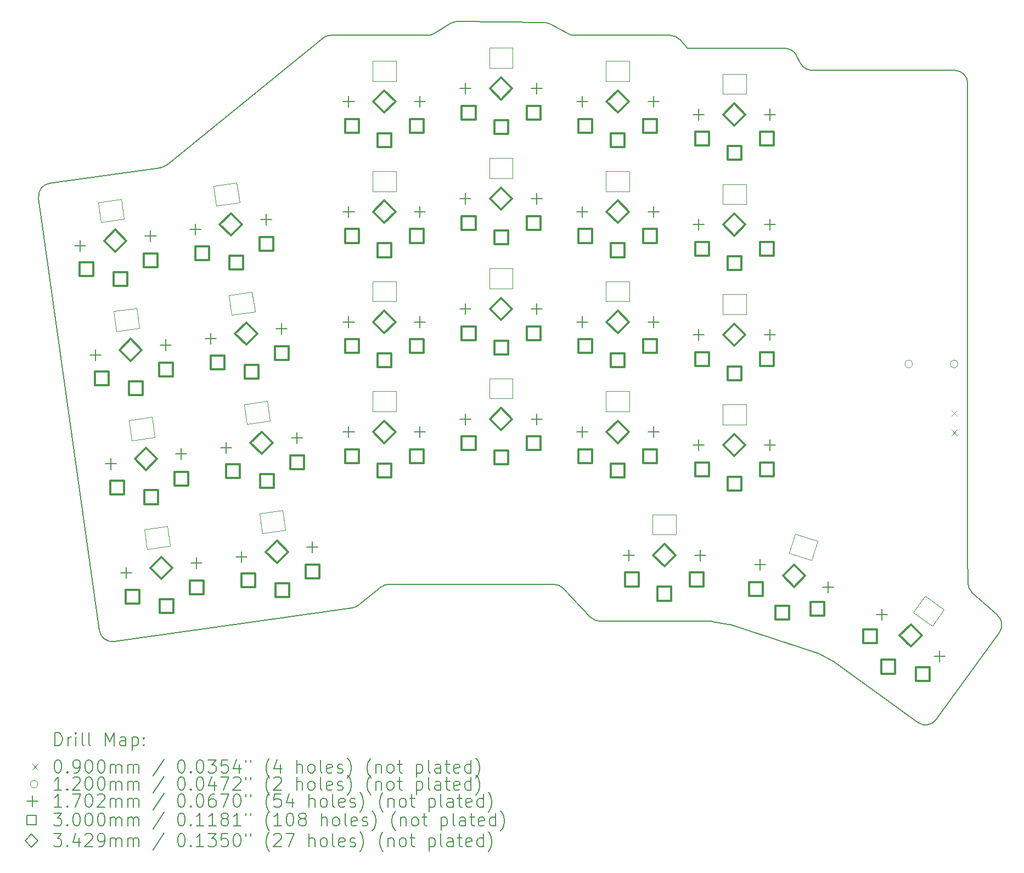
<source format=gbr>
%TF.GenerationSoftware,KiCad,Pcbnew,8.0.7-8.0.7-0~ubuntu24.04.1*%
%TF.CreationDate,2025-01-01T23:44:22+01:00*%
%TF.ProjectId,speedy-o_north-face-finished-extended_VCC,73706565-6479-42d6-9f5f-6e6f7274682d,v1.0.0*%
%TF.SameCoordinates,Original*%
%TF.FileFunction,Drillmap*%
%TF.FilePolarity,Positive*%
%FSLAX45Y45*%
G04 Gerber Fmt 4.5, Leading zero omitted, Abs format (unit mm)*
G04 Created by KiCad (PCBNEW 8.0.7-8.0.7-0~ubuntu24.04.1) date 2025-01-01 23:44:22*
%MOMM*%
%LPD*%
G01*
G04 APERTURE LIST*
%ADD10C,0.150000*%
%ADD11C,0.120000*%
%ADD12C,0.200000*%
%ADD13C,0.100000*%
%ADD14C,0.170180*%
%ADD15C,0.300000*%
%ADD16C,0.342900*%
G04 APERTURE END LIST*
D10*
X22241315Y-7320631D02*
G75*
G02*
X22441319Y-7520631I-5J-200009D01*
G01*
X19620899Y-6980631D02*
G75*
G02*
X19797657Y-7087053I1J-199999D01*
G01*
X21953069Y-17338833D02*
G75*
G02*
X21673713Y-17383073I-161799J117563D01*
G01*
X12612349Y-6780631D02*
X14105698Y-6780631D01*
X10082697Y-8779191D02*
X12486195Y-6825437D01*
X13036789Y-15574898D02*
G75*
G02*
X12939533Y-15616901I-125109J156088D01*
G01*
X18121315Y-6980631D02*
X19620899Y-6980631D01*
X14208947Y-6751919D02*
G75*
G02*
X14105698Y-6780628I-103247J171299D01*
G01*
X10082697Y-8779191D02*
G75*
G02*
X9984377Y-8822050I-126137J155161D01*
G01*
X18464444Y-15820631D02*
G75*
G02*
X18497948Y-15823456I-4J-200079D01*
G01*
X21673709Y-17383079D02*
X20391277Y-16451338D01*
X20366132Y-16435771D02*
X20145648Y-16320896D01*
X20366132Y-16435771D02*
G75*
G02*
X20391277Y-16451338I-92412J-177369D01*
G01*
X13386489Y-15294579D02*
X13036789Y-15574898D01*
X14208947Y-6751919D02*
X14472592Y-6593000D01*
X17852242Y-6780631D02*
G75*
G02*
X18000902Y-6846837I-2J-200009D01*
G01*
X20115039Y-16308054D02*
G75*
G02*
X20145648Y-16320896I-61789J-190166D01*
G01*
X22509232Y-15375112D02*
G75*
G02*
X22443387Y-15227747I134148J148332D01*
G01*
X22441317Y-14801115D02*
G75*
G02*
X22441315Y-14800145I213843J995D01*
G01*
X20041731Y-7320631D02*
G75*
G02*
X19864972Y-7214209I-1J200001D01*
G01*
X8106606Y-9287920D02*
G75*
G02*
X8276824Y-9062028I198064J27830D01*
G01*
X16373140Y-6780631D02*
G75*
G02*
X16276011Y-6755462I0J200001D01*
G01*
X15910751Y-6580034D02*
G75*
G02*
X16005519Y-6605188I-2361J-199986D01*
G01*
X9044632Y-15962327D02*
X8106606Y-9287920D01*
X14472592Y-6593000D02*
G75*
G02*
X14578201Y-6564304I103248J-171300D01*
G01*
X16373140Y-6780631D02*
X17852242Y-6780631D01*
X16622151Y-15758179D02*
X16200479Y-15313082D01*
X19797656Y-7087053D02*
X19864974Y-7214208D01*
X18746953Y-15865768D02*
X18497948Y-15823457D01*
X18746953Y-15865768D02*
G75*
G02*
X18775252Y-15872731I-33493J-197112D01*
G01*
X13386489Y-15294579D02*
G75*
G02*
X13511580Y-15250631I125091J-156051D01*
G01*
X18000901Y-6846838D02*
X18121315Y-6980631D01*
X12486195Y-6825437D02*
G75*
G02*
X12612349Y-6780627I126155J-155183D01*
G01*
X16055288Y-15250631D02*
X13511580Y-15250631D01*
X20115039Y-16308054D02*
X18775252Y-15872731D01*
X8276825Y-9062032D02*
X9984378Y-8822051D01*
X16005519Y-6605188D02*
X16276011Y-6755462D01*
X16055288Y-15250631D02*
G75*
G02*
X16200477Y-15313083I2J-199989D01*
G01*
X9270521Y-16132546D02*
G75*
G02*
X9044635Y-15962326I-27831J198056D01*
G01*
X9270521Y-16132546D02*
X12939532Y-15616900D01*
X22509232Y-15375112D02*
X22901327Y-15729717D01*
X18464444Y-15820631D02*
X16767341Y-15820631D01*
X16767341Y-15820631D02*
G75*
G02*
X16622152Y-15758178I-1J199991D01*
G01*
X22441317Y-14801115D02*
X22443387Y-15227747D01*
X20041731Y-7320631D02*
X22241315Y-7320631D01*
X14578201Y-6564302D02*
X15910751Y-6580034D01*
X22928979Y-15995609D02*
X21953069Y-17338833D01*
X22901327Y-15729717D02*
G75*
G02*
X22928977Y-15995608I-134147J-148333D01*
G01*
X22441315Y-7520631D02*
X22441315Y-14800145D01*
D11*
X18661310Y-7375630D02*
X19021310Y-7375630D01*
X19021310Y-7685630D01*
X18661310Y-7685630D01*
X18661310Y-7375630D01*
X15061310Y-10375630D02*
X15421310Y-10375630D01*
X15421310Y-10685630D01*
X15061310Y-10685630D01*
X15061310Y-10375630D01*
X11207110Y-9362140D02*
X10850614Y-9412243D01*
X10807470Y-9105260D01*
X11163966Y-9055157D01*
X11207110Y-9362140D01*
X19021310Y-9385630D02*
X18661310Y-9385630D01*
X18661310Y-9075630D01*
X19021310Y-9075630D01*
X19021310Y-9385630D01*
X11680300Y-12729050D02*
X11323804Y-12779153D01*
X11280660Y-12472170D01*
X11637156Y-12422067D01*
X11680300Y-12729050D01*
X13261310Y-10575630D02*
X13621310Y-10575630D01*
X13621310Y-10885630D01*
X13261310Y-10885630D01*
X13261310Y-10575630D01*
X15421310Y-8985630D02*
X15061310Y-8985630D01*
X15061310Y-8675630D01*
X15421310Y-8675630D01*
X15421310Y-8985630D01*
X15421310Y-12385630D02*
X15061310Y-12385630D01*
X15061310Y-12075630D01*
X15421310Y-12075630D01*
X15421310Y-12385630D01*
X20125638Y-14581839D02*
X20029843Y-14876667D01*
X19687462Y-14765421D01*
X19783258Y-14470593D01*
X20125638Y-14581839D01*
X22074300Y-15640794D02*
X21892086Y-15891589D01*
X21600840Y-15679986D01*
X21783054Y-15429191D01*
X22074300Y-15640794D01*
X19021310Y-12785630D02*
X18661310Y-12785630D01*
X18661310Y-12475630D01*
X19021310Y-12475630D01*
X19021310Y-12785630D01*
X11916890Y-14412500D02*
X11560394Y-14462603D01*
X11517250Y-14155620D01*
X11873746Y-14105517D01*
X11916890Y-14412500D01*
X17221310Y-12585630D02*
X16861310Y-12585630D01*
X16861310Y-12275630D01*
X17221310Y-12275630D01*
X17221310Y-12585630D01*
X13621310Y-12585630D02*
X13261310Y-12585630D01*
X13261310Y-12275630D01*
X13621310Y-12275630D01*
X13621310Y-12585630D01*
X17221310Y-9185630D02*
X16861310Y-9185630D01*
X16861310Y-8875630D01*
X17221310Y-8875630D01*
X17221310Y-9185630D01*
X16861310Y-10575630D02*
X17221310Y-10575630D01*
X17221310Y-10885630D01*
X16861310Y-10885630D01*
X16861310Y-10575630D01*
X17581310Y-14175630D02*
X17941310Y-14175630D01*
X17941310Y-14485630D01*
X17581310Y-14485630D01*
X17581310Y-14175630D01*
X13261310Y-7175630D02*
X13621310Y-7175630D01*
X13621310Y-7485630D01*
X13261310Y-7485630D01*
X13261310Y-7175630D01*
X15061310Y-6975630D02*
X15421310Y-6975630D01*
X15421310Y-7285630D01*
X15061310Y-7285630D01*
X15061310Y-6975630D01*
X13621310Y-9185630D02*
X13261310Y-9185630D01*
X13261310Y-8875630D01*
X13621310Y-8875630D01*
X13621310Y-9185630D01*
X11443700Y-11045590D02*
X11087204Y-11095693D01*
X11044060Y-10788710D01*
X11400556Y-10738607D01*
X11443700Y-11045590D01*
X9661220Y-11296100D02*
X9304724Y-11346203D01*
X9261580Y-11039220D01*
X9618076Y-10989117D01*
X9661220Y-11296100D01*
X18661310Y-10775630D02*
X19021310Y-10775630D01*
X19021310Y-11085630D01*
X18661310Y-11085630D01*
X18661310Y-10775630D01*
X10134410Y-14663010D02*
X9777914Y-14713113D01*
X9734770Y-14406130D01*
X10091266Y-14356027D01*
X10134410Y-14663010D01*
X9424630Y-9612650D02*
X9068134Y-9662753D01*
X9024990Y-9355770D01*
X9381486Y-9305667D01*
X9424630Y-9612650D01*
X9897810Y-12979560D02*
X9541314Y-13029663D01*
X9498170Y-12722680D01*
X9854666Y-12672577D01*
X9897810Y-12979560D01*
X16861310Y-7175630D02*
X17221310Y-7175630D01*
X17221310Y-7485630D01*
X16861310Y-7485630D01*
X16861310Y-7175630D01*
D12*
D13*
X22189310Y-12565630D02*
X22279310Y-12655630D01*
X22279310Y-12565630D02*
X22189310Y-12655630D01*
X22189310Y-12565630D02*
X22279310Y-12655630D01*
X22279310Y-12565630D02*
X22189310Y-12655630D01*
X22189310Y-12865630D02*
X22279310Y-12955630D01*
X22279310Y-12865630D02*
X22189310Y-12955630D01*
X22189310Y-12865630D02*
X22279310Y-12955630D01*
X22279310Y-12865630D02*
X22189310Y-12955630D01*
D11*
X21591310Y-11850630D02*
G75*
G02*
X21471310Y-11850630I-60000J0D01*
G01*
X21471310Y-11850630D02*
G75*
G02*
X21591310Y-11850630I60000J0D01*
G01*
X22291310Y-11850630D02*
G75*
G02*
X22171310Y-11850630I-60000J0D01*
G01*
X22171310Y-11850630D02*
G75*
G02*
X22291310Y-11850630I60000J0D01*
G01*
D14*
X8745573Y-9941085D02*
X8745573Y-10111265D01*
X8660483Y-10026175D02*
X8830663Y-10026175D01*
X8982163Y-11624545D02*
X8982163Y-11794725D01*
X8897073Y-11709635D02*
X9067253Y-11709635D01*
X9218763Y-13307995D02*
X9218763Y-13478175D01*
X9133673Y-13393085D02*
X9303853Y-13393085D01*
X9455353Y-14991455D02*
X9455353Y-15161635D01*
X9370263Y-15076545D02*
X9540443Y-15076545D01*
X9834867Y-9787995D02*
X9834867Y-9958175D01*
X9749777Y-9873085D02*
X9919957Y-9873085D01*
X10071457Y-11471455D02*
X10071457Y-11641635D01*
X9986367Y-11556545D02*
X10156547Y-11556545D01*
X10308057Y-13154905D02*
X10308057Y-13325085D01*
X10222967Y-13239995D02*
X10393147Y-13239995D01*
X10528053Y-9690575D02*
X10528053Y-9860755D01*
X10442963Y-9775665D02*
X10613143Y-9775665D01*
X10544647Y-14838365D02*
X10544647Y-15008545D01*
X10459557Y-14923455D02*
X10629737Y-14923455D01*
X10764643Y-11374035D02*
X10764643Y-11544215D01*
X10679553Y-11459125D02*
X10849733Y-11459125D01*
X11001243Y-13057485D02*
X11001243Y-13227665D01*
X10916153Y-13142575D02*
X11086333Y-13142575D01*
X11237833Y-14740945D02*
X11237833Y-14911125D01*
X11152743Y-14826035D02*
X11322923Y-14826035D01*
X11617347Y-9537485D02*
X11617347Y-9707665D01*
X11532257Y-9622575D02*
X11702437Y-9622575D01*
X11853937Y-11220945D02*
X11853937Y-11391125D01*
X11768847Y-11306035D02*
X11939027Y-11306035D01*
X12090537Y-12904395D02*
X12090537Y-13074575D01*
X12005447Y-12989485D02*
X12175627Y-12989485D01*
X12327127Y-14587855D02*
X12327127Y-14758035D01*
X12242037Y-14672945D02*
X12412217Y-14672945D01*
X12891310Y-7715540D02*
X12891310Y-7885720D01*
X12806220Y-7800630D02*
X12976400Y-7800630D01*
X12891310Y-9415540D02*
X12891310Y-9585720D01*
X12806220Y-9500630D02*
X12976400Y-9500630D01*
X12891310Y-11115540D02*
X12891310Y-11285720D01*
X12806220Y-11200630D02*
X12976400Y-11200630D01*
X12891310Y-12815540D02*
X12891310Y-12985720D01*
X12806220Y-12900630D02*
X12976400Y-12900630D01*
X13991310Y-7715540D02*
X13991310Y-7885720D01*
X13906220Y-7800630D02*
X14076400Y-7800630D01*
X13991310Y-9415540D02*
X13991310Y-9585720D01*
X13906220Y-9500630D02*
X14076400Y-9500630D01*
X13991310Y-11115540D02*
X13991310Y-11285720D01*
X13906220Y-11200630D02*
X14076400Y-11200630D01*
X13991310Y-12815540D02*
X13991310Y-12985720D01*
X13906220Y-12900630D02*
X14076400Y-12900630D01*
X14691310Y-7515540D02*
X14691310Y-7685720D01*
X14606220Y-7600630D02*
X14776400Y-7600630D01*
X14691310Y-9215540D02*
X14691310Y-9385720D01*
X14606220Y-9300630D02*
X14776400Y-9300630D01*
X14691310Y-10915540D02*
X14691310Y-11085720D01*
X14606220Y-11000630D02*
X14776400Y-11000630D01*
X14691310Y-12615540D02*
X14691310Y-12785720D01*
X14606220Y-12700630D02*
X14776400Y-12700630D01*
X15791310Y-7515540D02*
X15791310Y-7685720D01*
X15706220Y-7600630D02*
X15876400Y-7600630D01*
X15791310Y-9215540D02*
X15791310Y-9385720D01*
X15706220Y-9300630D02*
X15876400Y-9300630D01*
X15791310Y-10915540D02*
X15791310Y-11085720D01*
X15706220Y-11000630D02*
X15876400Y-11000630D01*
X15791310Y-12615540D02*
X15791310Y-12785720D01*
X15706220Y-12700630D02*
X15876400Y-12700630D01*
X16491310Y-7715540D02*
X16491310Y-7885720D01*
X16406220Y-7800630D02*
X16576400Y-7800630D01*
X16491310Y-9415540D02*
X16491310Y-9585720D01*
X16406220Y-9500630D02*
X16576400Y-9500630D01*
X16491310Y-11115540D02*
X16491310Y-11285720D01*
X16406220Y-11200630D02*
X16576400Y-11200630D01*
X16491310Y-12815540D02*
X16491310Y-12985720D01*
X16406220Y-12900630D02*
X16576400Y-12900630D01*
X17211310Y-14715540D02*
X17211310Y-14885720D01*
X17126220Y-14800630D02*
X17296400Y-14800630D01*
X17591310Y-7715540D02*
X17591310Y-7885720D01*
X17506220Y-7800630D02*
X17676400Y-7800630D01*
X17591310Y-9415540D02*
X17591310Y-9585720D01*
X17506220Y-9500630D02*
X17676400Y-9500630D01*
X17591310Y-11115540D02*
X17591310Y-11285720D01*
X17506220Y-11200630D02*
X17676400Y-11200630D01*
X17591310Y-12815540D02*
X17591310Y-12985720D01*
X17506220Y-12900630D02*
X17676400Y-12900630D01*
X18291310Y-7915540D02*
X18291310Y-8085720D01*
X18206220Y-8000630D02*
X18376400Y-8000630D01*
X18291310Y-9615540D02*
X18291310Y-9785720D01*
X18206220Y-9700630D02*
X18376400Y-9700630D01*
X18291310Y-11315540D02*
X18291310Y-11485720D01*
X18206220Y-11400630D02*
X18376400Y-11400630D01*
X18291310Y-13015540D02*
X18291310Y-13185720D01*
X18206220Y-13100630D02*
X18376400Y-13100630D01*
X18311310Y-14715540D02*
X18311310Y-14885720D01*
X18226220Y-14800630D02*
X18396400Y-14800630D01*
X19238229Y-14865581D02*
X19238229Y-15035761D01*
X19153139Y-14950671D02*
X19323319Y-14950671D01*
X19391310Y-7915540D02*
X19391310Y-8085720D01*
X19306220Y-8000630D02*
X19476400Y-8000630D01*
X19391310Y-9615540D02*
X19391310Y-9785720D01*
X19306220Y-9700630D02*
X19476400Y-9700630D01*
X19391310Y-11315540D02*
X19391310Y-11485720D01*
X19306220Y-11400630D02*
X19476400Y-11400630D01*
X19391310Y-13015540D02*
X19391310Y-13185720D01*
X19306220Y-13100630D02*
X19476400Y-13100630D01*
X20284391Y-15205499D02*
X20284391Y-15375679D01*
X20199301Y-15290589D02*
X20369481Y-15290589D01*
X21116351Y-15632258D02*
X21116351Y-15802438D01*
X21031261Y-15717348D02*
X21201441Y-15717348D01*
X22006269Y-16278822D02*
X22006269Y-16449002D01*
X21921179Y-16363912D02*
X22091359Y-16363912D01*
D15*
X8953343Y-10496634D02*
X8953343Y-10284500D01*
X8741209Y-10284500D01*
X8741209Y-10496634D01*
X8953343Y-10496634D01*
X9189933Y-12180094D02*
X9189933Y-11967960D01*
X8977799Y-11967960D01*
X8977799Y-12180094D01*
X9189933Y-12180094D01*
X9426533Y-13863544D02*
X9426533Y-13651410D01*
X9214399Y-13651410D01*
X9214399Y-13863544D01*
X9426533Y-13863544D01*
X9479095Y-10644907D02*
X9479095Y-10432773D01*
X9266961Y-10432773D01*
X9266961Y-10644907D01*
X9479095Y-10644907D01*
X9479095Y-10644907D02*
X9479095Y-10432773D01*
X9266961Y-10432773D01*
X9266961Y-10644907D01*
X9479095Y-10644907D01*
X9663123Y-15547004D02*
X9663123Y-15334870D01*
X9450989Y-15334870D01*
X9450989Y-15547004D01*
X9663123Y-15547004D01*
X9715685Y-12328366D02*
X9715685Y-12116232D01*
X9503551Y-12116232D01*
X9503551Y-12328366D01*
X9715685Y-12328366D01*
X9715685Y-12328366D02*
X9715685Y-12116232D01*
X9503551Y-12116232D01*
X9503551Y-12328366D01*
X9715685Y-12328366D01*
X9943611Y-10357461D02*
X9943611Y-10145327D01*
X9731477Y-10145327D01*
X9731477Y-10357461D01*
X9943611Y-10357461D01*
X9952285Y-14011816D02*
X9952285Y-13799682D01*
X9740151Y-13799682D01*
X9740151Y-14011816D01*
X9952285Y-14011816D01*
X9952285Y-14011816D02*
X9952285Y-13799682D01*
X9740151Y-13799682D01*
X9740151Y-14011816D01*
X9952285Y-14011816D01*
X10180201Y-12040921D02*
X10180201Y-11828787D01*
X9968067Y-11828787D01*
X9968067Y-12040921D01*
X10180201Y-12040921D01*
X10188875Y-15695276D02*
X10188875Y-15483142D01*
X9976741Y-15483142D01*
X9976741Y-15695276D01*
X10188875Y-15695276D01*
X10188875Y-15695276D02*
X10188875Y-15483142D01*
X9976741Y-15483142D01*
X9976741Y-15695276D01*
X10188875Y-15695276D01*
X10416801Y-13724371D02*
X10416801Y-13512237D01*
X10204667Y-13512237D01*
X10204667Y-13724371D01*
X10416801Y-13724371D01*
X10653391Y-15407831D02*
X10653391Y-15195697D01*
X10441257Y-15195697D01*
X10441257Y-15407831D01*
X10653391Y-15407831D01*
X10735823Y-10246124D02*
X10735823Y-10033990D01*
X10523689Y-10033990D01*
X10523689Y-10246124D01*
X10735823Y-10246124D01*
X10972413Y-11929584D02*
X10972413Y-11717450D01*
X10760279Y-11717450D01*
X10760279Y-11929584D01*
X10972413Y-11929584D01*
X11209013Y-13613034D02*
X11209013Y-13400900D01*
X10996879Y-13400900D01*
X10996879Y-13613034D01*
X11209013Y-13613034D01*
X11261575Y-10394397D02*
X11261575Y-10182263D01*
X11049441Y-10182263D01*
X11049441Y-10394397D01*
X11261575Y-10394397D01*
X11261575Y-10394397D02*
X11261575Y-10182263D01*
X11049441Y-10182263D01*
X11049441Y-10394397D01*
X11261575Y-10394397D01*
X11445603Y-15296494D02*
X11445603Y-15084360D01*
X11233469Y-15084360D01*
X11233469Y-15296494D01*
X11445603Y-15296494D01*
X11498165Y-12077856D02*
X11498165Y-11865722D01*
X11286031Y-11865722D01*
X11286031Y-12077856D01*
X11498165Y-12077856D01*
X11498165Y-12077856D02*
X11498165Y-11865722D01*
X11286031Y-11865722D01*
X11286031Y-12077856D01*
X11498165Y-12077856D01*
X11726091Y-10106951D02*
X11726091Y-9894817D01*
X11513957Y-9894817D01*
X11513957Y-10106951D01*
X11726091Y-10106951D01*
X11734765Y-13761306D02*
X11734765Y-13549172D01*
X11522631Y-13549172D01*
X11522631Y-13761306D01*
X11734765Y-13761306D01*
X11734765Y-13761306D02*
X11734765Y-13549172D01*
X11522631Y-13549172D01*
X11522631Y-13761306D01*
X11734765Y-13761306D01*
X11962681Y-11790411D02*
X11962681Y-11578277D01*
X11750547Y-11578277D01*
X11750547Y-11790411D01*
X11962681Y-11790411D01*
X11971355Y-15444766D02*
X11971355Y-15232632D01*
X11759221Y-15232632D01*
X11759221Y-15444766D01*
X11971355Y-15444766D01*
X11971355Y-15444766D02*
X11971355Y-15232632D01*
X11759221Y-15232632D01*
X11759221Y-15444766D01*
X11971355Y-15444766D01*
X12199281Y-13473861D02*
X12199281Y-13261727D01*
X11987147Y-13261727D01*
X11987147Y-13473861D01*
X12199281Y-13473861D01*
X12435871Y-15157321D02*
X12435871Y-14945187D01*
X12223737Y-14945187D01*
X12223737Y-15157321D01*
X12435871Y-15157321D01*
X13047377Y-8281697D02*
X13047377Y-8069563D01*
X12835243Y-8069563D01*
X12835243Y-8281697D01*
X13047377Y-8281697D01*
X13047377Y-9981697D02*
X13047377Y-9769563D01*
X12835243Y-9769563D01*
X12835243Y-9981697D01*
X13047377Y-9981697D01*
X13047377Y-11681697D02*
X13047377Y-11469563D01*
X12835243Y-11469563D01*
X12835243Y-11681697D01*
X13047377Y-11681697D01*
X13047377Y-13381697D02*
X13047377Y-13169563D01*
X12835243Y-13169563D01*
X12835243Y-13381697D01*
X13047377Y-13381697D01*
X13547377Y-8501697D02*
X13547377Y-8289563D01*
X13335243Y-8289563D01*
X13335243Y-8501697D01*
X13547377Y-8501697D01*
X13547377Y-8501697D02*
X13547377Y-8289563D01*
X13335243Y-8289563D01*
X13335243Y-8501697D01*
X13547377Y-8501697D01*
X13547377Y-10201697D02*
X13547377Y-9989563D01*
X13335243Y-9989563D01*
X13335243Y-10201697D01*
X13547377Y-10201697D01*
X13547377Y-10201697D02*
X13547377Y-9989563D01*
X13335243Y-9989563D01*
X13335243Y-10201697D01*
X13547377Y-10201697D01*
X13547377Y-11901697D02*
X13547377Y-11689563D01*
X13335243Y-11689563D01*
X13335243Y-11901697D01*
X13547377Y-11901697D01*
X13547377Y-11901697D02*
X13547377Y-11689563D01*
X13335243Y-11689563D01*
X13335243Y-11901697D01*
X13547377Y-11901697D01*
X13547377Y-13601697D02*
X13547377Y-13389563D01*
X13335243Y-13389563D01*
X13335243Y-13601697D01*
X13547377Y-13601697D01*
X13547377Y-13601697D02*
X13547377Y-13389563D01*
X13335243Y-13389563D01*
X13335243Y-13601697D01*
X13547377Y-13601697D01*
X14047377Y-8281697D02*
X14047377Y-8069563D01*
X13835243Y-8069563D01*
X13835243Y-8281697D01*
X14047377Y-8281697D01*
X14047377Y-9981697D02*
X14047377Y-9769563D01*
X13835243Y-9769563D01*
X13835243Y-9981697D01*
X14047377Y-9981697D01*
X14047377Y-11681697D02*
X14047377Y-11469563D01*
X13835243Y-11469563D01*
X13835243Y-11681697D01*
X14047377Y-11681697D01*
X14047377Y-13381697D02*
X14047377Y-13169563D01*
X13835243Y-13169563D01*
X13835243Y-13381697D01*
X14047377Y-13381697D01*
X14847377Y-8081697D02*
X14847377Y-7869563D01*
X14635243Y-7869563D01*
X14635243Y-8081697D01*
X14847377Y-8081697D01*
X14847377Y-9781697D02*
X14847377Y-9569563D01*
X14635243Y-9569563D01*
X14635243Y-9781697D01*
X14847377Y-9781697D01*
X14847377Y-11481697D02*
X14847377Y-11269563D01*
X14635243Y-11269563D01*
X14635243Y-11481697D01*
X14847377Y-11481697D01*
X14847377Y-13181697D02*
X14847377Y-12969563D01*
X14635243Y-12969563D01*
X14635243Y-13181697D01*
X14847377Y-13181697D01*
X15347377Y-8301697D02*
X15347377Y-8089563D01*
X15135243Y-8089563D01*
X15135243Y-8301697D01*
X15347377Y-8301697D01*
X15347377Y-8301697D02*
X15347377Y-8089563D01*
X15135243Y-8089563D01*
X15135243Y-8301697D01*
X15347377Y-8301697D01*
X15347377Y-10001697D02*
X15347377Y-9789563D01*
X15135243Y-9789563D01*
X15135243Y-10001697D01*
X15347377Y-10001697D01*
X15347377Y-10001697D02*
X15347377Y-9789563D01*
X15135243Y-9789563D01*
X15135243Y-10001697D01*
X15347377Y-10001697D01*
X15347377Y-11701697D02*
X15347377Y-11489563D01*
X15135243Y-11489563D01*
X15135243Y-11701697D01*
X15347377Y-11701697D01*
X15347377Y-11701697D02*
X15347377Y-11489563D01*
X15135243Y-11489563D01*
X15135243Y-11701697D01*
X15347377Y-11701697D01*
X15347377Y-13401697D02*
X15347377Y-13189563D01*
X15135243Y-13189563D01*
X15135243Y-13401697D01*
X15347377Y-13401697D01*
X15347377Y-13401697D02*
X15347377Y-13189563D01*
X15135243Y-13189563D01*
X15135243Y-13401697D01*
X15347377Y-13401697D01*
X15847377Y-8081697D02*
X15847377Y-7869563D01*
X15635243Y-7869563D01*
X15635243Y-8081697D01*
X15847377Y-8081697D01*
X15847377Y-9781697D02*
X15847377Y-9569563D01*
X15635243Y-9569563D01*
X15635243Y-9781697D01*
X15847377Y-9781697D01*
X15847377Y-11481697D02*
X15847377Y-11269563D01*
X15635243Y-11269563D01*
X15635243Y-11481697D01*
X15847377Y-11481697D01*
X15847377Y-13181697D02*
X15847377Y-12969563D01*
X15635243Y-12969563D01*
X15635243Y-13181697D01*
X15847377Y-13181697D01*
X16647377Y-8281697D02*
X16647377Y-8069563D01*
X16435243Y-8069563D01*
X16435243Y-8281697D01*
X16647377Y-8281697D01*
X16647377Y-9981697D02*
X16647377Y-9769563D01*
X16435243Y-9769563D01*
X16435243Y-9981697D01*
X16647377Y-9981697D01*
X16647377Y-11681697D02*
X16647377Y-11469563D01*
X16435243Y-11469563D01*
X16435243Y-11681697D01*
X16647377Y-11681697D01*
X16647377Y-13381697D02*
X16647377Y-13169563D01*
X16435243Y-13169563D01*
X16435243Y-13381697D01*
X16647377Y-13381697D01*
X17147377Y-8501697D02*
X17147377Y-8289563D01*
X16935243Y-8289563D01*
X16935243Y-8501697D01*
X17147377Y-8501697D01*
X17147377Y-8501697D02*
X17147377Y-8289563D01*
X16935243Y-8289563D01*
X16935243Y-8501697D01*
X17147377Y-8501697D01*
X17147377Y-10201697D02*
X17147377Y-9989563D01*
X16935243Y-9989563D01*
X16935243Y-10201697D01*
X17147377Y-10201697D01*
X17147377Y-10201697D02*
X17147377Y-9989563D01*
X16935243Y-9989563D01*
X16935243Y-10201697D01*
X17147377Y-10201697D01*
X17147377Y-11901697D02*
X17147377Y-11689563D01*
X16935243Y-11689563D01*
X16935243Y-11901697D01*
X17147377Y-11901697D01*
X17147377Y-11901697D02*
X17147377Y-11689563D01*
X16935243Y-11689563D01*
X16935243Y-11901697D01*
X17147377Y-11901697D01*
X17147377Y-13601697D02*
X17147377Y-13389563D01*
X16935243Y-13389563D01*
X16935243Y-13601697D01*
X17147377Y-13601697D01*
X17147377Y-13601697D02*
X17147377Y-13389563D01*
X16935243Y-13389563D01*
X16935243Y-13601697D01*
X17147377Y-13601697D01*
X17367377Y-15281697D02*
X17367377Y-15069563D01*
X17155243Y-15069563D01*
X17155243Y-15281697D01*
X17367377Y-15281697D01*
X17647377Y-8281697D02*
X17647377Y-8069563D01*
X17435243Y-8069563D01*
X17435243Y-8281697D01*
X17647377Y-8281697D01*
X17647377Y-9981697D02*
X17647377Y-9769563D01*
X17435243Y-9769563D01*
X17435243Y-9981697D01*
X17647377Y-9981697D01*
X17647377Y-11681697D02*
X17647377Y-11469563D01*
X17435243Y-11469563D01*
X17435243Y-11681697D01*
X17647377Y-11681697D01*
X17647377Y-13381697D02*
X17647377Y-13169563D01*
X17435243Y-13169563D01*
X17435243Y-13381697D01*
X17647377Y-13381697D01*
X17867377Y-15501697D02*
X17867377Y-15289563D01*
X17655243Y-15289563D01*
X17655243Y-15501697D01*
X17867377Y-15501697D01*
X17867377Y-15501697D02*
X17867377Y-15289563D01*
X17655243Y-15289563D01*
X17655243Y-15501697D01*
X17867377Y-15501697D01*
X18367377Y-15281697D02*
X18367377Y-15069563D01*
X18155243Y-15069563D01*
X18155243Y-15281697D01*
X18367377Y-15281697D01*
X18447377Y-8481697D02*
X18447377Y-8269563D01*
X18235243Y-8269563D01*
X18235243Y-8481697D01*
X18447377Y-8481697D01*
X18447377Y-10181697D02*
X18447377Y-9969563D01*
X18235243Y-9969563D01*
X18235243Y-10181697D01*
X18447377Y-10181697D01*
X18447377Y-11881697D02*
X18447377Y-11669563D01*
X18235243Y-11669563D01*
X18235243Y-11881697D01*
X18447377Y-11881697D01*
X18447377Y-13581697D02*
X18447377Y-13369563D01*
X18235243Y-13369563D01*
X18235243Y-13581697D01*
X18447377Y-13581697D01*
X18947377Y-8701697D02*
X18947377Y-8489563D01*
X18735243Y-8489563D01*
X18735243Y-8701697D01*
X18947377Y-8701697D01*
X18947377Y-8701697D02*
X18947377Y-8489563D01*
X18735243Y-8489563D01*
X18735243Y-8701697D01*
X18947377Y-8701697D01*
X18947377Y-10401697D02*
X18947377Y-10189563D01*
X18735243Y-10189563D01*
X18735243Y-10401697D01*
X18947377Y-10401697D01*
X18947377Y-10401697D02*
X18947377Y-10189563D01*
X18735243Y-10189563D01*
X18735243Y-10401697D01*
X18947377Y-10401697D01*
X18947377Y-12101697D02*
X18947377Y-11889563D01*
X18735243Y-11889563D01*
X18735243Y-12101697D01*
X18947377Y-12101697D01*
X18947377Y-12101697D02*
X18947377Y-11889563D01*
X18735243Y-11889563D01*
X18735243Y-12101697D01*
X18947377Y-12101697D01*
X18947377Y-13801697D02*
X18947377Y-13589563D01*
X18735243Y-13589563D01*
X18735243Y-13801697D01*
X18947377Y-13801697D01*
X18947377Y-13801697D02*
X18947377Y-13589563D01*
X18735243Y-13589563D01*
X18735243Y-13801697D01*
X18947377Y-13801697D01*
X19275967Y-15428835D02*
X19275967Y-15216701D01*
X19063833Y-15216701D01*
X19063833Y-15428835D01*
X19275967Y-15428835D01*
X19447377Y-8481697D02*
X19447377Y-8269563D01*
X19235243Y-8269563D01*
X19235243Y-8481697D01*
X19447377Y-8481697D01*
X19447377Y-10181697D02*
X19447377Y-9969563D01*
X19235243Y-9969563D01*
X19235243Y-10181697D01*
X19447377Y-10181697D01*
X19447377Y-11881697D02*
X19447377Y-11669563D01*
X19235243Y-11669563D01*
X19235243Y-11881697D01*
X19447377Y-11881697D01*
X19447377Y-13581697D02*
X19447377Y-13369563D01*
X19235243Y-13369563D01*
X19235243Y-13581697D01*
X19447377Y-13581697D01*
X19683512Y-15792576D02*
X19683512Y-15580442D01*
X19471378Y-15580442D01*
X19471378Y-15792576D01*
X19683512Y-15792576D01*
X19683512Y-15792576D02*
X19683512Y-15580442D01*
X19471378Y-15580442D01*
X19471378Y-15792576D01*
X19683512Y-15792576D01*
X20227024Y-15737852D02*
X20227024Y-15525718D01*
X20014890Y-15525718D01*
X20014890Y-15737852D01*
X20227024Y-15737852D01*
X21042449Y-16156186D02*
X21042449Y-15944052D01*
X20830315Y-15944052D01*
X20830315Y-16156186D01*
X21042449Y-16156186D01*
X21317645Y-16628062D02*
X21317645Y-16415928D01*
X21105511Y-16415928D01*
X21105511Y-16628062D01*
X21317645Y-16628062D01*
X21317645Y-16628062D02*
X21317645Y-16415928D01*
X21105511Y-16415928D01*
X21105511Y-16628062D01*
X21317645Y-16628062D01*
X21851466Y-16743971D02*
X21851466Y-16531837D01*
X21639332Y-16531837D01*
X21639332Y-16743971D01*
X21851466Y-16743971D01*
D16*
X9290220Y-10121080D02*
X9461670Y-9949630D01*
X9290220Y-9778180D01*
X9118770Y-9949630D01*
X9290220Y-10121080D01*
X9526810Y-11804540D02*
X9698260Y-11633090D01*
X9526810Y-11461640D01*
X9355360Y-11633090D01*
X9526810Y-11804540D01*
X9763410Y-13487990D02*
X9934860Y-13316540D01*
X9763410Y-13145090D01*
X9591960Y-13316540D01*
X9763410Y-13487990D01*
X10000000Y-15171450D02*
X10171450Y-15000000D01*
X10000000Y-14828550D01*
X9828550Y-15000000D01*
X10000000Y-15171450D01*
X11072700Y-9870570D02*
X11244150Y-9699120D01*
X11072700Y-9527670D01*
X10901250Y-9699120D01*
X11072700Y-9870570D01*
X11309290Y-11554030D02*
X11480740Y-11382580D01*
X11309290Y-11211130D01*
X11137840Y-11382580D01*
X11309290Y-11554030D01*
X11545890Y-13237480D02*
X11717340Y-13066030D01*
X11545890Y-12894580D01*
X11374440Y-13066030D01*
X11545890Y-13237480D01*
X11782480Y-14920940D02*
X11953930Y-14749490D01*
X11782480Y-14578040D01*
X11611030Y-14749490D01*
X11782480Y-14920940D01*
X13441310Y-7972080D02*
X13612760Y-7800630D01*
X13441310Y-7629180D01*
X13269860Y-7800630D01*
X13441310Y-7972080D01*
X13441310Y-9672080D02*
X13612760Y-9500630D01*
X13441310Y-9329180D01*
X13269860Y-9500630D01*
X13441310Y-9672080D01*
X13441310Y-11372080D02*
X13612760Y-11200630D01*
X13441310Y-11029180D01*
X13269860Y-11200630D01*
X13441310Y-11372080D01*
X13441310Y-13072080D02*
X13612760Y-12900630D01*
X13441310Y-12729180D01*
X13269860Y-12900630D01*
X13441310Y-13072080D01*
X15241310Y-7772080D02*
X15412760Y-7600630D01*
X15241310Y-7429180D01*
X15069860Y-7600630D01*
X15241310Y-7772080D01*
X15241310Y-9472080D02*
X15412760Y-9300630D01*
X15241310Y-9129180D01*
X15069860Y-9300630D01*
X15241310Y-9472080D01*
X15241310Y-11172080D02*
X15412760Y-11000630D01*
X15241310Y-10829180D01*
X15069860Y-11000630D01*
X15241310Y-11172080D01*
X15241310Y-12872080D02*
X15412760Y-12700630D01*
X15241310Y-12529180D01*
X15069860Y-12700630D01*
X15241310Y-12872080D01*
X17041310Y-7972080D02*
X17212760Y-7800630D01*
X17041310Y-7629180D01*
X16869860Y-7800630D01*
X17041310Y-7972080D01*
X17041310Y-9672080D02*
X17212760Y-9500630D01*
X17041310Y-9329180D01*
X16869860Y-9500630D01*
X17041310Y-9672080D01*
X17041310Y-11372080D02*
X17212760Y-11200630D01*
X17041310Y-11029180D01*
X16869860Y-11200630D01*
X17041310Y-11372080D01*
X17041310Y-13072080D02*
X17212760Y-12900630D01*
X17041310Y-12729180D01*
X16869860Y-12900630D01*
X17041310Y-13072080D01*
X17761310Y-14972080D02*
X17932760Y-14800630D01*
X17761310Y-14629180D01*
X17589860Y-14800630D01*
X17761310Y-14972080D01*
X18841310Y-8172080D02*
X19012760Y-8000630D01*
X18841310Y-7829180D01*
X18669860Y-8000630D01*
X18841310Y-8172080D01*
X18841310Y-9872080D02*
X19012760Y-9700630D01*
X18841310Y-9529180D01*
X18669860Y-9700630D01*
X18841310Y-9872080D01*
X18841310Y-11572080D02*
X19012760Y-11400630D01*
X18841310Y-11229180D01*
X18669860Y-11400630D01*
X18841310Y-11572080D01*
X18841310Y-13272080D02*
X19012760Y-13100630D01*
X18841310Y-12929180D01*
X18669860Y-13100630D01*
X18841310Y-13272080D01*
X19761310Y-15292080D02*
X19932760Y-15120630D01*
X19761310Y-14949180D01*
X19589860Y-15120630D01*
X19761310Y-15292080D01*
X21561310Y-16212080D02*
X21732760Y-16040630D01*
X21561310Y-15869180D01*
X21389860Y-16040630D01*
X21561310Y-16212080D01*
D12*
X8357937Y-17740254D02*
X8357937Y-17540254D01*
X8357937Y-17540254D02*
X8405556Y-17540254D01*
X8405556Y-17540254D02*
X8434127Y-17549778D01*
X8434127Y-17549778D02*
X8453175Y-17568825D01*
X8453175Y-17568825D02*
X8462699Y-17587873D01*
X8462699Y-17587873D02*
X8472223Y-17625968D01*
X8472223Y-17625968D02*
X8472223Y-17654539D01*
X8472223Y-17654539D02*
X8462699Y-17692635D01*
X8462699Y-17692635D02*
X8453175Y-17711682D01*
X8453175Y-17711682D02*
X8434127Y-17730730D01*
X8434127Y-17730730D02*
X8405556Y-17740254D01*
X8405556Y-17740254D02*
X8357937Y-17740254D01*
X8557937Y-17740254D02*
X8557937Y-17606920D01*
X8557937Y-17645016D02*
X8567461Y-17625968D01*
X8567461Y-17625968D02*
X8576985Y-17616444D01*
X8576985Y-17616444D02*
X8596032Y-17606920D01*
X8596032Y-17606920D02*
X8615080Y-17606920D01*
X8681746Y-17740254D02*
X8681746Y-17606920D01*
X8681746Y-17540254D02*
X8672223Y-17549778D01*
X8672223Y-17549778D02*
X8681746Y-17559301D01*
X8681746Y-17559301D02*
X8691270Y-17549778D01*
X8691270Y-17549778D02*
X8681746Y-17540254D01*
X8681746Y-17540254D02*
X8681746Y-17559301D01*
X8805556Y-17740254D02*
X8786508Y-17730730D01*
X8786508Y-17730730D02*
X8776985Y-17711682D01*
X8776985Y-17711682D02*
X8776985Y-17540254D01*
X8910318Y-17740254D02*
X8891270Y-17730730D01*
X8891270Y-17730730D02*
X8881746Y-17711682D01*
X8881746Y-17711682D02*
X8881746Y-17540254D01*
X9138889Y-17740254D02*
X9138889Y-17540254D01*
X9138889Y-17540254D02*
X9205556Y-17683111D01*
X9205556Y-17683111D02*
X9272223Y-17540254D01*
X9272223Y-17540254D02*
X9272223Y-17740254D01*
X9453175Y-17740254D02*
X9453175Y-17635492D01*
X9453175Y-17635492D02*
X9443651Y-17616444D01*
X9443651Y-17616444D02*
X9424604Y-17606920D01*
X9424604Y-17606920D02*
X9386508Y-17606920D01*
X9386508Y-17606920D02*
X9367461Y-17616444D01*
X9453175Y-17730730D02*
X9434127Y-17740254D01*
X9434127Y-17740254D02*
X9386508Y-17740254D01*
X9386508Y-17740254D02*
X9367461Y-17730730D01*
X9367461Y-17730730D02*
X9357937Y-17711682D01*
X9357937Y-17711682D02*
X9357937Y-17692635D01*
X9357937Y-17692635D02*
X9367461Y-17673587D01*
X9367461Y-17673587D02*
X9386508Y-17664063D01*
X9386508Y-17664063D02*
X9434127Y-17664063D01*
X9434127Y-17664063D02*
X9453175Y-17654539D01*
X9548413Y-17606920D02*
X9548413Y-17806920D01*
X9548413Y-17616444D02*
X9567461Y-17606920D01*
X9567461Y-17606920D02*
X9605556Y-17606920D01*
X9605556Y-17606920D02*
X9624604Y-17616444D01*
X9624604Y-17616444D02*
X9634127Y-17625968D01*
X9634127Y-17625968D02*
X9643651Y-17645016D01*
X9643651Y-17645016D02*
X9643651Y-17702158D01*
X9643651Y-17702158D02*
X9634127Y-17721206D01*
X9634127Y-17721206D02*
X9624604Y-17730730D01*
X9624604Y-17730730D02*
X9605556Y-17740254D01*
X9605556Y-17740254D02*
X9567461Y-17740254D01*
X9567461Y-17740254D02*
X9548413Y-17730730D01*
X9729366Y-17721206D02*
X9738889Y-17730730D01*
X9738889Y-17730730D02*
X9729366Y-17740254D01*
X9729366Y-17740254D02*
X9719842Y-17730730D01*
X9719842Y-17730730D02*
X9729366Y-17721206D01*
X9729366Y-17721206D02*
X9729366Y-17740254D01*
X9729366Y-17616444D02*
X9738889Y-17625968D01*
X9738889Y-17625968D02*
X9729366Y-17635492D01*
X9729366Y-17635492D02*
X9719842Y-17625968D01*
X9719842Y-17625968D02*
X9729366Y-17616444D01*
X9729366Y-17616444D02*
X9729366Y-17635492D01*
D13*
X8007160Y-18023770D02*
X8097160Y-18113770D01*
X8097160Y-18023770D02*
X8007160Y-18113770D01*
D12*
X8396032Y-17960254D02*
X8415080Y-17960254D01*
X8415080Y-17960254D02*
X8434127Y-17969778D01*
X8434127Y-17969778D02*
X8443651Y-17979301D01*
X8443651Y-17979301D02*
X8453175Y-17998349D01*
X8453175Y-17998349D02*
X8462699Y-18036444D01*
X8462699Y-18036444D02*
X8462699Y-18084063D01*
X8462699Y-18084063D02*
X8453175Y-18122158D01*
X8453175Y-18122158D02*
X8443651Y-18141206D01*
X8443651Y-18141206D02*
X8434127Y-18150730D01*
X8434127Y-18150730D02*
X8415080Y-18160254D01*
X8415080Y-18160254D02*
X8396032Y-18160254D01*
X8396032Y-18160254D02*
X8376984Y-18150730D01*
X8376984Y-18150730D02*
X8367461Y-18141206D01*
X8367461Y-18141206D02*
X8357937Y-18122158D01*
X8357937Y-18122158D02*
X8348413Y-18084063D01*
X8348413Y-18084063D02*
X8348413Y-18036444D01*
X8348413Y-18036444D02*
X8357937Y-17998349D01*
X8357937Y-17998349D02*
X8367461Y-17979301D01*
X8367461Y-17979301D02*
X8376984Y-17969778D01*
X8376984Y-17969778D02*
X8396032Y-17960254D01*
X8548413Y-18141206D02*
X8557937Y-18150730D01*
X8557937Y-18150730D02*
X8548413Y-18160254D01*
X8548413Y-18160254D02*
X8538889Y-18150730D01*
X8538889Y-18150730D02*
X8548413Y-18141206D01*
X8548413Y-18141206D02*
X8548413Y-18160254D01*
X8653175Y-18160254D02*
X8691270Y-18160254D01*
X8691270Y-18160254D02*
X8710318Y-18150730D01*
X8710318Y-18150730D02*
X8719842Y-18141206D01*
X8719842Y-18141206D02*
X8738889Y-18112635D01*
X8738889Y-18112635D02*
X8748413Y-18074539D01*
X8748413Y-18074539D02*
X8748413Y-17998349D01*
X8748413Y-17998349D02*
X8738889Y-17979301D01*
X8738889Y-17979301D02*
X8729366Y-17969778D01*
X8729366Y-17969778D02*
X8710318Y-17960254D01*
X8710318Y-17960254D02*
X8672223Y-17960254D01*
X8672223Y-17960254D02*
X8653175Y-17969778D01*
X8653175Y-17969778D02*
X8643651Y-17979301D01*
X8643651Y-17979301D02*
X8634127Y-17998349D01*
X8634127Y-17998349D02*
X8634127Y-18045968D01*
X8634127Y-18045968D02*
X8643651Y-18065016D01*
X8643651Y-18065016D02*
X8653175Y-18074539D01*
X8653175Y-18074539D02*
X8672223Y-18084063D01*
X8672223Y-18084063D02*
X8710318Y-18084063D01*
X8710318Y-18084063D02*
X8729366Y-18074539D01*
X8729366Y-18074539D02*
X8738889Y-18065016D01*
X8738889Y-18065016D02*
X8748413Y-18045968D01*
X8872223Y-17960254D02*
X8891270Y-17960254D01*
X8891270Y-17960254D02*
X8910318Y-17969778D01*
X8910318Y-17969778D02*
X8919842Y-17979301D01*
X8919842Y-17979301D02*
X8929366Y-17998349D01*
X8929366Y-17998349D02*
X8938889Y-18036444D01*
X8938889Y-18036444D02*
X8938889Y-18084063D01*
X8938889Y-18084063D02*
X8929366Y-18122158D01*
X8929366Y-18122158D02*
X8919842Y-18141206D01*
X8919842Y-18141206D02*
X8910318Y-18150730D01*
X8910318Y-18150730D02*
X8891270Y-18160254D01*
X8891270Y-18160254D02*
X8872223Y-18160254D01*
X8872223Y-18160254D02*
X8853175Y-18150730D01*
X8853175Y-18150730D02*
X8843651Y-18141206D01*
X8843651Y-18141206D02*
X8834127Y-18122158D01*
X8834127Y-18122158D02*
X8824604Y-18084063D01*
X8824604Y-18084063D02*
X8824604Y-18036444D01*
X8824604Y-18036444D02*
X8834127Y-17998349D01*
X8834127Y-17998349D02*
X8843651Y-17979301D01*
X8843651Y-17979301D02*
X8853175Y-17969778D01*
X8853175Y-17969778D02*
X8872223Y-17960254D01*
X9062699Y-17960254D02*
X9081747Y-17960254D01*
X9081747Y-17960254D02*
X9100794Y-17969778D01*
X9100794Y-17969778D02*
X9110318Y-17979301D01*
X9110318Y-17979301D02*
X9119842Y-17998349D01*
X9119842Y-17998349D02*
X9129366Y-18036444D01*
X9129366Y-18036444D02*
X9129366Y-18084063D01*
X9129366Y-18084063D02*
X9119842Y-18122158D01*
X9119842Y-18122158D02*
X9110318Y-18141206D01*
X9110318Y-18141206D02*
X9100794Y-18150730D01*
X9100794Y-18150730D02*
X9081747Y-18160254D01*
X9081747Y-18160254D02*
X9062699Y-18160254D01*
X9062699Y-18160254D02*
X9043651Y-18150730D01*
X9043651Y-18150730D02*
X9034127Y-18141206D01*
X9034127Y-18141206D02*
X9024604Y-18122158D01*
X9024604Y-18122158D02*
X9015080Y-18084063D01*
X9015080Y-18084063D02*
X9015080Y-18036444D01*
X9015080Y-18036444D02*
X9024604Y-17998349D01*
X9024604Y-17998349D02*
X9034127Y-17979301D01*
X9034127Y-17979301D02*
X9043651Y-17969778D01*
X9043651Y-17969778D02*
X9062699Y-17960254D01*
X9215080Y-18160254D02*
X9215080Y-18026920D01*
X9215080Y-18045968D02*
X9224604Y-18036444D01*
X9224604Y-18036444D02*
X9243651Y-18026920D01*
X9243651Y-18026920D02*
X9272223Y-18026920D01*
X9272223Y-18026920D02*
X9291270Y-18036444D01*
X9291270Y-18036444D02*
X9300794Y-18055492D01*
X9300794Y-18055492D02*
X9300794Y-18160254D01*
X9300794Y-18055492D02*
X9310318Y-18036444D01*
X9310318Y-18036444D02*
X9329366Y-18026920D01*
X9329366Y-18026920D02*
X9357937Y-18026920D01*
X9357937Y-18026920D02*
X9376985Y-18036444D01*
X9376985Y-18036444D02*
X9386508Y-18055492D01*
X9386508Y-18055492D02*
X9386508Y-18160254D01*
X9481747Y-18160254D02*
X9481747Y-18026920D01*
X9481747Y-18045968D02*
X9491270Y-18036444D01*
X9491270Y-18036444D02*
X9510318Y-18026920D01*
X9510318Y-18026920D02*
X9538889Y-18026920D01*
X9538889Y-18026920D02*
X9557937Y-18036444D01*
X9557937Y-18036444D02*
X9567461Y-18055492D01*
X9567461Y-18055492D02*
X9567461Y-18160254D01*
X9567461Y-18055492D02*
X9576985Y-18036444D01*
X9576985Y-18036444D02*
X9596032Y-18026920D01*
X9596032Y-18026920D02*
X9624604Y-18026920D01*
X9624604Y-18026920D02*
X9643651Y-18036444D01*
X9643651Y-18036444D02*
X9653175Y-18055492D01*
X9653175Y-18055492D02*
X9653175Y-18160254D01*
X10043651Y-17950730D02*
X9872223Y-18207873D01*
X10300794Y-17960254D02*
X10319842Y-17960254D01*
X10319842Y-17960254D02*
X10338890Y-17969778D01*
X10338890Y-17969778D02*
X10348413Y-17979301D01*
X10348413Y-17979301D02*
X10357937Y-17998349D01*
X10357937Y-17998349D02*
X10367461Y-18036444D01*
X10367461Y-18036444D02*
X10367461Y-18084063D01*
X10367461Y-18084063D02*
X10357937Y-18122158D01*
X10357937Y-18122158D02*
X10348413Y-18141206D01*
X10348413Y-18141206D02*
X10338890Y-18150730D01*
X10338890Y-18150730D02*
X10319842Y-18160254D01*
X10319842Y-18160254D02*
X10300794Y-18160254D01*
X10300794Y-18160254D02*
X10281747Y-18150730D01*
X10281747Y-18150730D02*
X10272223Y-18141206D01*
X10272223Y-18141206D02*
X10262699Y-18122158D01*
X10262699Y-18122158D02*
X10253175Y-18084063D01*
X10253175Y-18084063D02*
X10253175Y-18036444D01*
X10253175Y-18036444D02*
X10262699Y-17998349D01*
X10262699Y-17998349D02*
X10272223Y-17979301D01*
X10272223Y-17979301D02*
X10281747Y-17969778D01*
X10281747Y-17969778D02*
X10300794Y-17960254D01*
X10453175Y-18141206D02*
X10462699Y-18150730D01*
X10462699Y-18150730D02*
X10453175Y-18160254D01*
X10453175Y-18160254D02*
X10443651Y-18150730D01*
X10443651Y-18150730D02*
X10453175Y-18141206D01*
X10453175Y-18141206D02*
X10453175Y-18160254D01*
X10586509Y-17960254D02*
X10605556Y-17960254D01*
X10605556Y-17960254D02*
X10624604Y-17969778D01*
X10624604Y-17969778D02*
X10634128Y-17979301D01*
X10634128Y-17979301D02*
X10643651Y-17998349D01*
X10643651Y-17998349D02*
X10653175Y-18036444D01*
X10653175Y-18036444D02*
X10653175Y-18084063D01*
X10653175Y-18084063D02*
X10643651Y-18122158D01*
X10643651Y-18122158D02*
X10634128Y-18141206D01*
X10634128Y-18141206D02*
X10624604Y-18150730D01*
X10624604Y-18150730D02*
X10605556Y-18160254D01*
X10605556Y-18160254D02*
X10586509Y-18160254D01*
X10586509Y-18160254D02*
X10567461Y-18150730D01*
X10567461Y-18150730D02*
X10557937Y-18141206D01*
X10557937Y-18141206D02*
X10548413Y-18122158D01*
X10548413Y-18122158D02*
X10538890Y-18084063D01*
X10538890Y-18084063D02*
X10538890Y-18036444D01*
X10538890Y-18036444D02*
X10548413Y-17998349D01*
X10548413Y-17998349D02*
X10557937Y-17979301D01*
X10557937Y-17979301D02*
X10567461Y-17969778D01*
X10567461Y-17969778D02*
X10586509Y-17960254D01*
X10719842Y-17960254D02*
X10843651Y-17960254D01*
X10843651Y-17960254D02*
X10776985Y-18036444D01*
X10776985Y-18036444D02*
X10805556Y-18036444D01*
X10805556Y-18036444D02*
X10824604Y-18045968D01*
X10824604Y-18045968D02*
X10834128Y-18055492D01*
X10834128Y-18055492D02*
X10843651Y-18074539D01*
X10843651Y-18074539D02*
X10843651Y-18122158D01*
X10843651Y-18122158D02*
X10834128Y-18141206D01*
X10834128Y-18141206D02*
X10824604Y-18150730D01*
X10824604Y-18150730D02*
X10805556Y-18160254D01*
X10805556Y-18160254D02*
X10748413Y-18160254D01*
X10748413Y-18160254D02*
X10729366Y-18150730D01*
X10729366Y-18150730D02*
X10719842Y-18141206D01*
X11024604Y-17960254D02*
X10929366Y-17960254D01*
X10929366Y-17960254D02*
X10919842Y-18055492D01*
X10919842Y-18055492D02*
X10929366Y-18045968D01*
X10929366Y-18045968D02*
X10948413Y-18036444D01*
X10948413Y-18036444D02*
X10996032Y-18036444D01*
X10996032Y-18036444D02*
X11015080Y-18045968D01*
X11015080Y-18045968D02*
X11024604Y-18055492D01*
X11024604Y-18055492D02*
X11034128Y-18074539D01*
X11034128Y-18074539D02*
X11034128Y-18122158D01*
X11034128Y-18122158D02*
X11024604Y-18141206D01*
X11024604Y-18141206D02*
X11015080Y-18150730D01*
X11015080Y-18150730D02*
X10996032Y-18160254D01*
X10996032Y-18160254D02*
X10948413Y-18160254D01*
X10948413Y-18160254D02*
X10929366Y-18150730D01*
X10929366Y-18150730D02*
X10919842Y-18141206D01*
X11205556Y-18026920D02*
X11205556Y-18160254D01*
X11157937Y-17950730D02*
X11110318Y-18093587D01*
X11110318Y-18093587D02*
X11234128Y-18093587D01*
X11300794Y-17960254D02*
X11300794Y-17998349D01*
X11376985Y-17960254D02*
X11376985Y-17998349D01*
X11672223Y-18236444D02*
X11662699Y-18226920D01*
X11662699Y-18226920D02*
X11643651Y-18198349D01*
X11643651Y-18198349D02*
X11634128Y-18179301D01*
X11634128Y-18179301D02*
X11624604Y-18150730D01*
X11624604Y-18150730D02*
X11615080Y-18103111D01*
X11615080Y-18103111D02*
X11615080Y-18065016D01*
X11615080Y-18065016D02*
X11624604Y-18017397D01*
X11624604Y-18017397D02*
X11634128Y-17988825D01*
X11634128Y-17988825D02*
X11643651Y-17969778D01*
X11643651Y-17969778D02*
X11662699Y-17941206D01*
X11662699Y-17941206D02*
X11672223Y-17931682D01*
X11834128Y-18026920D02*
X11834128Y-18160254D01*
X11786509Y-17950730D02*
X11738890Y-18093587D01*
X11738890Y-18093587D02*
X11862699Y-18093587D01*
X12091271Y-18160254D02*
X12091271Y-17960254D01*
X12176985Y-18160254D02*
X12176985Y-18055492D01*
X12176985Y-18055492D02*
X12167461Y-18036444D01*
X12167461Y-18036444D02*
X12148413Y-18026920D01*
X12148413Y-18026920D02*
X12119842Y-18026920D01*
X12119842Y-18026920D02*
X12100794Y-18036444D01*
X12100794Y-18036444D02*
X12091271Y-18045968D01*
X12300794Y-18160254D02*
X12281747Y-18150730D01*
X12281747Y-18150730D02*
X12272223Y-18141206D01*
X12272223Y-18141206D02*
X12262699Y-18122158D01*
X12262699Y-18122158D02*
X12262699Y-18065016D01*
X12262699Y-18065016D02*
X12272223Y-18045968D01*
X12272223Y-18045968D02*
X12281747Y-18036444D01*
X12281747Y-18036444D02*
X12300794Y-18026920D01*
X12300794Y-18026920D02*
X12329366Y-18026920D01*
X12329366Y-18026920D02*
X12348413Y-18036444D01*
X12348413Y-18036444D02*
X12357937Y-18045968D01*
X12357937Y-18045968D02*
X12367461Y-18065016D01*
X12367461Y-18065016D02*
X12367461Y-18122158D01*
X12367461Y-18122158D02*
X12357937Y-18141206D01*
X12357937Y-18141206D02*
X12348413Y-18150730D01*
X12348413Y-18150730D02*
X12329366Y-18160254D01*
X12329366Y-18160254D02*
X12300794Y-18160254D01*
X12481747Y-18160254D02*
X12462699Y-18150730D01*
X12462699Y-18150730D02*
X12453175Y-18131682D01*
X12453175Y-18131682D02*
X12453175Y-17960254D01*
X12634128Y-18150730D02*
X12615080Y-18160254D01*
X12615080Y-18160254D02*
X12576985Y-18160254D01*
X12576985Y-18160254D02*
X12557937Y-18150730D01*
X12557937Y-18150730D02*
X12548413Y-18131682D01*
X12548413Y-18131682D02*
X12548413Y-18055492D01*
X12548413Y-18055492D02*
X12557937Y-18036444D01*
X12557937Y-18036444D02*
X12576985Y-18026920D01*
X12576985Y-18026920D02*
X12615080Y-18026920D01*
X12615080Y-18026920D02*
X12634128Y-18036444D01*
X12634128Y-18036444D02*
X12643652Y-18055492D01*
X12643652Y-18055492D02*
X12643652Y-18074539D01*
X12643652Y-18074539D02*
X12548413Y-18093587D01*
X12719842Y-18150730D02*
X12738890Y-18160254D01*
X12738890Y-18160254D02*
X12776985Y-18160254D01*
X12776985Y-18160254D02*
X12796033Y-18150730D01*
X12796033Y-18150730D02*
X12805556Y-18131682D01*
X12805556Y-18131682D02*
X12805556Y-18122158D01*
X12805556Y-18122158D02*
X12796033Y-18103111D01*
X12796033Y-18103111D02*
X12776985Y-18093587D01*
X12776985Y-18093587D02*
X12748413Y-18093587D01*
X12748413Y-18093587D02*
X12729366Y-18084063D01*
X12729366Y-18084063D02*
X12719842Y-18065016D01*
X12719842Y-18065016D02*
X12719842Y-18055492D01*
X12719842Y-18055492D02*
X12729366Y-18036444D01*
X12729366Y-18036444D02*
X12748413Y-18026920D01*
X12748413Y-18026920D02*
X12776985Y-18026920D01*
X12776985Y-18026920D02*
X12796033Y-18036444D01*
X12872223Y-18236444D02*
X12881747Y-18226920D01*
X12881747Y-18226920D02*
X12900794Y-18198349D01*
X12900794Y-18198349D02*
X12910318Y-18179301D01*
X12910318Y-18179301D02*
X12919842Y-18150730D01*
X12919842Y-18150730D02*
X12929366Y-18103111D01*
X12929366Y-18103111D02*
X12929366Y-18065016D01*
X12929366Y-18065016D02*
X12919842Y-18017397D01*
X12919842Y-18017397D02*
X12910318Y-17988825D01*
X12910318Y-17988825D02*
X12900794Y-17969778D01*
X12900794Y-17969778D02*
X12881747Y-17941206D01*
X12881747Y-17941206D02*
X12872223Y-17931682D01*
X13234128Y-18236444D02*
X13224604Y-18226920D01*
X13224604Y-18226920D02*
X13205556Y-18198349D01*
X13205556Y-18198349D02*
X13196033Y-18179301D01*
X13196033Y-18179301D02*
X13186509Y-18150730D01*
X13186509Y-18150730D02*
X13176985Y-18103111D01*
X13176985Y-18103111D02*
X13176985Y-18065016D01*
X13176985Y-18065016D02*
X13186509Y-18017397D01*
X13186509Y-18017397D02*
X13196033Y-17988825D01*
X13196033Y-17988825D02*
X13205556Y-17969778D01*
X13205556Y-17969778D02*
X13224604Y-17941206D01*
X13224604Y-17941206D02*
X13234128Y-17931682D01*
X13310318Y-18026920D02*
X13310318Y-18160254D01*
X13310318Y-18045968D02*
X13319842Y-18036444D01*
X13319842Y-18036444D02*
X13338890Y-18026920D01*
X13338890Y-18026920D02*
X13367461Y-18026920D01*
X13367461Y-18026920D02*
X13386509Y-18036444D01*
X13386509Y-18036444D02*
X13396033Y-18055492D01*
X13396033Y-18055492D02*
X13396033Y-18160254D01*
X13519842Y-18160254D02*
X13500794Y-18150730D01*
X13500794Y-18150730D02*
X13491271Y-18141206D01*
X13491271Y-18141206D02*
X13481747Y-18122158D01*
X13481747Y-18122158D02*
X13481747Y-18065016D01*
X13481747Y-18065016D02*
X13491271Y-18045968D01*
X13491271Y-18045968D02*
X13500794Y-18036444D01*
X13500794Y-18036444D02*
X13519842Y-18026920D01*
X13519842Y-18026920D02*
X13548414Y-18026920D01*
X13548414Y-18026920D02*
X13567461Y-18036444D01*
X13567461Y-18036444D02*
X13576985Y-18045968D01*
X13576985Y-18045968D02*
X13586509Y-18065016D01*
X13586509Y-18065016D02*
X13586509Y-18122158D01*
X13586509Y-18122158D02*
X13576985Y-18141206D01*
X13576985Y-18141206D02*
X13567461Y-18150730D01*
X13567461Y-18150730D02*
X13548414Y-18160254D01*
X13548414Y-18160254D02*
X13519842Y-18160254D01*
X13643652Y-18026920D02*
X13719842Y-18026920D01*
X13672223Y-17960254D02*
X13672223Y-18131682D01*
X13672223Y-18131682D02*
X13681747Y-18150730D01*
X13681747Y-18150730D02*
X13700794Y-18160254D01*
X13700794Y-18160254D02*
X13719842Y-18160254D01*
X13938890Y-18026920D02*
X13938890Y-18226920D01*
X13938890Y-18036444D02*
X13957937Y-18026920D01*
X13957937Y-18026920D02*
X13996033Y-18026920D01*
X13996033Y-18026920D02*
X14015080Y-18036444D01*
X14015080Y-18036444D02*
X14024604Y-18045968D01*
X14024604Y-18045968D02*
X14034128Y-18065016D01*
X14034128Y-18065016D02*
X14034128Y-18122158D01*
X14034128Y-18122158D02*
X14024604Y-18141206D01*
X14024604Y-18141206D02*
X14015080Y-18150730D01*
X14015080Y-18150730D02*
X13996033Y-18160254D01*
X13996033Y-18160254D02*
X13957937Y-18160254D01*
X13957937Y-18160254D02*
X13938890Y-18150730D01*
X14148414Y-18160254D02*
X14129366Y-18150730D01*
X14129366Y-18150730D02*
X14119842Y-18131682D01*
X14119842Y-18131682D02*
X14119842Y-17960254D01*
X14310318Y-18160254D02*
X14310318Y-18055492D01*
X14310318Y-18055492D02*
X14300795Y-18036444D01*
X14300795Y-18036444D02*
X14281747Y-18026920D01*
X14281747Y-18026920D02*
X14243652Y-18026920D01*
X14243652Y-18026920D02*
X14224604Y-18036444D01*
X14310318Y-18150730D02*
X14291271Y-18160254D01*
X14291271Y-18160254D02*
X14243652Y-18160254D01*
X14243652Y-18160254D02*
X14224604Y-18150730D01*
X14224604Y-18150730D02*
X14215080Y-18131682D01*
X14215080Y-18131682D02*
X14215080Y-18112635D01*
X14215080Y-18112635D02*
X14224604Y-18093587D01*
X14224604Y-18093587D02*
X14243652Y-18084063D01*
X14243652Y-18084063D02*
X14291271Y-18084063D01*
X14291271Y-18084063D02*
X14310318Y-18074539D01*
X14376985Y-18026920D02*
X14453175Y-18026920D01*
X14405556Y-17960254D02*
X14405556Y-18131682D01*
X14405556Y-18131682D02*
X14415080Y-18150730D01*
X14415080Y-18150730D02*
X14434128Y-18160254D01*
X14434128Y-18160254D02*
X14453175Y-18160254D01*
X14596033Y-18150730D02*
X14576985Y-18160254D01*
X14576985Y-18160254D02*
X14538890Y-18160254D01*
X14538890Y-18160254D02*
X14519842Y-18150730D01*
X14519842Y-18150730D02*
X14510318Y-18131682D01*
X14510318Y-18131682D02*
X14510318Y-18055492D01*
X14510318Y-18055492D02*
X14519842Y-18036444D01*
X14519842Y-18036444D02*
X14538890Y-18026920D01*
X14538890Y-18026920D02*
X14576985Y-18026920D01*
X14576985Y-18026920D02*
X14596033Y-18036444D01*
X14596033Y-18036444D02*
X14605556Y-18055492D01*
X14605556Y-18055492D02*
X14605556Y-18074539D01*
X14605556Y-18074539D02*
X14510318Y-18093587D01*
X14776985Y-18160254D02*
X14776985Y-17960254D01*
X14776985Y-18150730D02*
X14757937Y-18160254D01*
X14757937Y-18160254D02*
X14719842Y-18160254D01*
X14719842Y-18160254D02*
X14700795Y-18150730D01*
X14700795Y-18150730D02*
X14691271Y-18141206D01*
X14691271Y-18141206D02*
X14681747Y-18122158D01*
X14681747Y-18122158D02*
X14681747Y-18065016D01*
X14681747Y-18065016D02*
X14691271Y-18045968D01*
X14691271Y-18045968D02*
X14700795Y-18036444D01*
X14700795Y-18036444D02*
X14719842Y-18026920D01*
X14719842Y-18026920D02*
X14757937Y-18026920D01*
X14757937Y-18026920D02*
X14776985Y-18036444D01*
X14853176Y-18236444D02*
X14862699Y-18226920D01*
X14862699Y-18226920D02*
X14881747Y-18198349D01*
X14881747Y-18198349D02*
X14891271Y-18179301D01*
X14891271Y-18179301D02*
X14900795Y-18150730D01*
X14900795Y-18150730D02*
X14910318Y-18103111D01*
X14910318Y-18103111D02*
X14910318Y-18065016D01*
X14910318Y-18065016D02*
X14900795Y-18017397D01*
X14900795Y-18017397D02*
X14891271Y-17988825D01*
X14891271Y-17988825D02*
X14881747Y-17969778D01*
X14881747Y-17969778D02*
X14862699Y-17941206D01*
X14862699Y-17941206D02*
X14853176Y-17931682D01*
D11*
X8097160Y-18332770D02*
G75*
G02*
X7977160Y-18332770I-60000J0D01*
G01*
X7977160Y-18332770D02*
G75*
G02*
X8097160Y-18332770I60000J0D01*
G01*
D12*
X8462699Y-18424254D02*
X8348413Y-18424254D01*
X8405556Y-18424254D02*
X8405556Y-18224254D01*
X8405556Y-18224254D02*
X8386508Y-18252825D01*
X8386508Y-18252825D02*
X8367461Y-18271873D01*
X8367461Y-18271873D02*
X8348413Y-18281397D01*
X8548413Y-18405206D02*
X8557937Y-18414730D01*
X8557937Y-18414730D02*
X8548413Y-18424254D01*
X8548413Y-18424254D02*
X8538889Y-18414730D01*
X8538889Y-18414730D02*
X8548413Y-18405206D01*
X8548413Y-18405206D02*
X8548413Y-18424254D01*
X8634127Y-18243301D02*
X8643651Y-18233778D01*
X8643651Y-18233778D02*
X8662699Y-18224254D01*
X8662699Y-18224254D02*
X8710318Y-18224254D01*
X8710318Y-18224254D02*
X8729366Y-18233778D01*
X8729366Y-18233778D02*
X8738889Y-18243301D01*
X8738889Y-18243301D02*
X8748413Y-18262349D01*
X8748413Y-18262349D02*
X8748413Y-18281397D01*
X8748413Y-18281397D02*
X8738889Y-18309968D01*
X8738889Y-18309968D02*
X8624604Y-18424254D01*
X8624604Y-18424254D02*
X8748413Y-18424254D01*
X8872223Y-18224254D02*
X8891270Y-18224254D01*
X8891270Y-18224254D02*
X8910318Y-18233778D01*
X8910318Y-18233778D02*
X8919842Y-18243301D01*
X8919842Y-18243301D02*
X8929366Y-18262349D01*
X8929366Y-18262349D02*
X8938889Y-18300444D01*
X8938889Y-18300444D02*
X8938889Y-18348063D01*
X8938889Y-18348063D02*
X8929366Y-18386158D01*
X8929366Y-18386158D02*
X8919842Y-18405206D01*
X8919842Y-18405206D02*
X8910318Y-18414730D01*
X8910318Y-18414730D02*
X8891270Y-18424254D01*
X8891270Y-18424254D02*
X8872223Y-18424254D01*
X8872223Y-18424254D02*
X8853175Y-18414730D01*
X8853175Y-18414730D02*
X8843651Y-18405206D01*
X8843651Y-18405206D02*
X8834127Y-18386158D01*
X8834127Y-18386158D02*
X8824604Y-18348063D01*
X8824604Y-18348063D02*
X8824604Y-18300444D01*
X8824604Y-18300444D02*
X8834127Y-18262349D01*
X8834127Y-18262349D02*
X8843651Y-18243301D01*
X8843651Y-18243301D02*
X8853175Y-18233778D01*
X8853175Y-18233778D02*
X8872223Y-18224254D01*
X9062699Y-18224254D02*
X9081747Y-18224254D01*
X9081747Y-18224254D02*
X9100794Y-18233778D01*
X9100794Y-18233778D02*
X9110318Y-18243301D01*
X9110318Y-18243301D02*
X9119842Y-18262349D01*
X9119842Y-18262349D02*
X9129366Y-18300444D01*
X9129366Y-18300444D02*
X9129366Y-18348063D01*
X9129366Y-18348063D02*
X9119842Y-18386158D01*
X9119842Y-18386158D02*
X9110318Y-18405206D01*
X9110318Y-18405206D02*
X9100794Y-18414730D01*
X9100794Y-18414730D02*
X9081747Y-18424254D01*
X9081747Y-18424254D02*
X9062699Y-18424254D01*
X9062699Y-18424254D02*
X9043651Y-18414730D01*
X9043651Y-18414730D02*
X9034127Y-18405206D01*
X9034127Y-18405206D02*
X9024604Y-18386158D01*
X9024604Y-18386158D02*
X9015080Y-18348063D01*
X9015080Y-18348063D02*
X9015080Y-18300444D01*
X9015080Y-18300444D02*
X9024604Y-18262349D01*
X9024604Y-18262349D02*
X9034127Y-18243301D01*
X9034127Y-18243301D02*
X9043651Y-18233778D01*
X9043651Y-18233778D02*
X9062699Y-18224254D01*
X9215080Y-18424254D02*
X9215080Y-18290920D01*
X9215080Y-18309968D02*
X9224604Y-18300444D01*
X9224604Y-18300444D02*
X9243651Y-18290920D01*
X9243651Y-18290920D02*
X9272223Y-18290920D01*
X9272223Y-18290920D02*
X9291270Y-18300444D01*
X9291270Y-18300444D02*
X9300794Y-18319492D01*
X9300794Y-18319492D02*
X9300794Y-18424254D01*
X9300794Y-18319492D02*
X9310318Y-18300444D01*
X9310318Y-18300444D02*
X9329366Y-18290920D01*
X9329366Y-18290920D02*
X9357937Y-18290920D01*
X9357937Y-18290920D02*
X9376985Y-18300444D01*
X9376985Y-18300444D02*
X9386508Y-18319492D01*
X9386508Y-18319492D02*
X9386508Y-18424254D01*
X9481747Y-18424254D02*
X9481747Y-18290920D01*
X9481747Y-18309968D02*
X9491270Y-18300444D01*
X9491270Y-18300444D02*
X9510318Y-18290920D01*
X9510318Y-18290920D02*
X9538889Y-18290920D01*
X9538889Y-18290920D02*
X9557937Y-18300444D01*
X9557937Y-18300444D02*
X9567461Y-18319492D01*
X9567461Y-18319492D02*
X9567461Y-18424254D01*
X9567461Y-18319492D02*
X9576985Y-18300444D01*
X9576985Y-18300444D02*
X9596032Y-18290920D01*
X9596032Y-18290920D02*
X9624604Y-18290920D01*
X9624604Y-18290920D02*
X9643651Y-18300444D01*
X9643651Y-18300444D02*
X9653175Y-18319492D01*
X9653175Y-18319492D02*
X9653175Y-18424254D01*
X10043651Y-18214730D02*
X9872223Y-18471873D01*
X10300794Y-18224254D02*
X10319842Y-18224254D01*
X10319842Y-18224254D02*
X10338890Y-18233778D01*
X10338890Y-18233778D02*
X10348413Y-18243301D01*
X10348413Y-18243301D02*
X10357937Y-18262349D01*
X10357937Y-18262349D02*
X10367461Y-18300444D01*
X10367461Y-18300444D02*
X10367461Y-18348063D01*
X10367461Y-18348063D02*
X10357937Y-18386158D01*
X10357937Y-18386158D02*
X10348413Y-18405206D01*
X10348413Y-18405206D02*
X10338890Y-18414730D01*
X10338890Y-18414730D02*
X10319842Y-18424254D01*
X10319842Y-18424254D02*
X10300794Y-18424254D01*
X10300794Y-18424254D02*
X10281747Y-18414730D01*
X10281747Y-18414730D02*
X10272223Y-18405206D01*
X10272223Y-18405206D02*
X10262699Y-18386158D01*
X10262699Y-18386158D02*
X10253175Y-18348063D01*
X10253175Y-18348063D02*
X10253175Y-18300444D01*
X10253175Y-18300444D02*
X10262699Y-18262349D01*
X10262699Y-18262349D02*
X10272223Y-18243301D01*
X10272223Y-18243301D02*
X10281747Y-18233778D01*
X10281747Y-18233778D02*
X10300794Y-18224254D01*
X10453175Y-18405206D02*
X10462699Y-18414730D01*
X10462699Y-18414730D02*
X10453175Y-18424254D01*
X10453175Y-18424254D02*
X10443651Y-18414730D01*
X10443651Y-18414730D02*
X10453175Y-18405206D01*
X10453175Y-18405206D02*
X10453175Y-18424254D01*
X10586509Y-18224254D02*
X10605556Y-18224254D01*
X10605556Y-18224254D02*
X10624604Y-18233778D01*
X10624604Y-18233778D02*
X10634128Y-18243301D01*
X10634128Y-18243301D02*
X10643651Y-18262349D01*
X10643651Y-18262349D02*
X10653175Y-18300444D01*
X10653175Y-18300444D02*
X10653175Y-18348063D01*
X10653175Y-18348063D02*
X10643651Y-18386158D01*
X10643651Y-18386158D02*
X10634128Y-18405206D01*
X10634128Y-18405206D02*
X10624604Y-18414730D01*
X10624604Y-18414730D02*
X10605556Y-18424254D01*
X10605556Y-18424254D02*
X10586509Y-18424254D01*
X10586509Y-18424254D02*
X10567461Y-18414730D01*
X10567461Y-18414730D02*
X10557937Y-18405206D01*
X10557937Y-18405206D02*
X10548413Y-18386158D01*
X10548413Y-18386158D02*
X10538890Y-18348063D01*
X10538890Y-18348063D02*
X10538890Y-18300444D01*
X10538890Y-18300444D02*
X10548413Y-18262349D01*
X10548413Y-18262349D02*
X10557937Y-18243301D01*
X10557937Y-18243301D02*
X10567461Y-18233778D01*
X10567461Y-18233778D02*
X10586509Y-18224254D01*
X10824604Y-18290920D02*
X10824604Y-18424254D01*
X10776985Y-18214730D02*
X10729366Y-18357587D01*
X10729366Y-18357587D02*
X10853175Y-18357587D01*
X10910318Y-18224254D02*
X11043651Y-18224254D01*
X11043651Y-18224254D02*
X10957937Y-18424254D01*
X11110318Y-18243301D02*
X11119842Y-18233778D01*
X11119842Y-18233778D02*
X11138890Y-18224254D01*
X11138890Y-18224254D02*
X11186509Y-18224254D01*
X11186509Y-18224254D02*
X11205556Y-18233778D01*
X11205556Y-18233778D02*
X11215080Y-18243301D01*
X11215080Y-18243301D02*
X11224604Y-18262349D01*
X11224604Y-18262349D02*
X11224604Y-18281397D01*
X11224604Y-18281397D02*
X11215080Y-18309968D01*
X11215080Y-18309968D02*
X11100794Y-18424254D01*
X11100794Y-18424254D02*
X11224604Y-18424254D01*
X11300794Y-18224254D02*
X11300794Y-18262349D01*
X11376985Y-18224254D02*
X11376985Y-18262349D01*
X11672223Y-18500444D02*
X11662699Y-18490920D01*
X11662699Y-18490920D02*
X11643651Y-18462349D01*
X11643651Y-18462349D02*
X11634128Y-18443301D01*
X11634128Y-18443301D02*
X11624604Y-18414730D01*
X11624604Y-18414730D02*
X11615080Y-18367111D01*
X11615080Y-18367111D02*
X11615080Y-18329016D01*
X11615080Y-18329016D02*
X11624604Y-18281397D01*
X11624604Y-18281397D02*
X11634128Y-18252825D01*
X11634128Y-18252825D02*
X11643651Y-18233778D01*
X11643651Y-18233778D02*
X11662699Y-18205206D01*
X11662699Y-18205206D02*
X11672223Y-18195682D01*
X11738890Y-18243301D02*
X11748413Y-18233778D01*
X11748413Y-18233778D02*
X11767461Y-18224254D01*
X11767461Y-18224254D02*
X11815080Y-18224254D01*
X11815080Y-18224254D02*
X11834128Y-18233778D01*
X11834128Y-18233778D02*
X11843651Y-18243301D01*
X11843651Y-18243301D02*
X11853175Y-18262349D01*
X11853175Y-18262349D02*
X11853175Y-18281397D01*
X11853175Y-18281397D02*
X11843651Y-18309968D01*
X11843651Y-18309968D02*
X11729366Y-18424254D01*
X11729366Y-18424254D02*
X11853175Y-18424254D01*
X12091271Y-18424254D02*
X12091271Y-18224254D01*
X12176985Y-18424254D02*
X12176985Y-18319492D01*
X12176985Y-18319492D02*
X12167461Y-18300444D01*
X12167461Y-18300444D02*
X12148413Y-18290920D01*
X12148413Y-18290920D02*
X12119842Y-18290920D01*
X12119842Y-18290920D02*
X12100794Y-18300444D01*
X12100794Y-18300444D02*
X12091271Y-18309968D01*
X12300794Y-18424254D02*
X12281747Y-18414730D01*
X12281747Y-18414730D02*
X12272223Y-18405206D01*
X12272223Y-18405206D02*
X12262699Y-18386158D01*
X12262699Y-18386158D02*
X12262699Y-18329016D01*
X12262699Y-18329016D02*
X12272223Y-18309968D01*
X12272223Y-18309968D02*
X12281747Y-18300444D01*
X12281747Y-18300444D02*
X12300794Y-18290920D01*
X12300794Y-18290920D02*
X12329366Y-18290920D01*
X12329366Y-18290920D02*
X12348413Y-18300444D01*
X12348413Y-18300444D02*
X12357937Y-18309968D01*
X12357937Y-18309968D02*
X12367461Y-18329016D01*
X12367461Y-18329016D02*
X12367461Y-18386158D01*
X12367461Y-18386158D02*
X12357937Y-18405206D01*
X12357937Y-18405206D02*
X12348413Y-18414730D01*
X12348413Y-18414730D02*
X12329366Y-18424254D01*
X12329366Y-18424254D02*
X12300794Y-18424254D01*
X12481747Y-18424254D02*
X12462699Y-18414730D01*
X12462699Y-18414730D02*
X12453175Y-18395682D01*
X12453175Y-18395682D02*
X12453175Y-18224254D01*
X12634128Y-18414730D02*
X12615080Y-18424254D01*
X12615080Y-18424254D02*
X12576985Y-18424254D01*
X12576985Y-18424254D02*
X12557937Y-18414730D01*
X12557937Y-18414730D02*
X12548413Y-18395682D01*
X12548413Y-18395682D02*
X12548413Y-18319492D01*
X12548413Y-18319492D02*
X12557937Y-18300444D01*
X12557937Y-18300444D02*
X12576985Y-18290920D01*
X12576985Y-18290920D02*
X12615080Y-18290920D01*
X12615080Y-18290920D02*
X12634128Y-18300444D01*
X12634128Y-18300444D02*
X12643652Y-18319492D01*
X12643652Y-18319492D02*
X12643652Y-18338539D01*
X12643652Y-18338539D02*
X12548413Y-18357587D01*
X12719842Y-18414730D02*
X12738890Y-18424254D01*
X12738890Y-18424254D02*
X12776985Y-18424254D01*
X12776985Y-18424254D02*
X12796033Y-18414730D01*
X12796033Y-18414730D02*
X12805556Y-18395682D01*
X12805556Y-18395682D02*
X12805556Y-18386158D01*
X12805556Y-18386158D02*
X12796033Y-18367111D01*
X12796033Y-18367111D02*
X12776985Y-18357587D01*
X12776985Y-18357587D02*
X12748413Y-18357587D01*
X12748413Y-18357587D02*
X12729366Y-18348063D01*
X12729366Y-18348063D02*
X12719842Y-18329016D01*
X12719842Y-18329016D02*
X12719842Y-18319492D01*
X12719842Y-18319492D02*
X12729366Y-18300444D01*
X12729366Y-18300444D02*
X12748413Y-18290920D01*
X12748413Y-18290920D02*
X12776985Y-18290920D01*
X12776985Y-18290920D02*
X12796033Y-18300444D01*
X12872223Y-18500444D02*
X12881747Y-18490920D01*
X12881747Y-18490920D02*
X12900794Y-18462349D01*
X12900794Y-18462349D02*
X12910318Y-18443301D01*
X12910318Y-18443301D02*
X12919842Y-18414730D01*
X12919842Y-18414730D02*
X12929366Y-18367111D01*
X12929366Y-18367111D02*
X12929366Y-18329016D01*
X12929366Y-18329016D02*
X12919842Y-18281397D01*
X12919842Y-18281397D02*
X12910318Y-18252825D01*
X12910318Y-18252825D02*
X12900794Y-18233778D01*
X12900794Y-18233778D02*
X12881747Y-18205206D01*
X12881747Y-18205206D02*
X12872223Y-18195682D01*
X13234128Y-18500444D02*
X13224604Y-18490920D01*
X13224604Y-18490920D02*
X13205556Y-18462349D01*
X13205556Y-18462349D02*
X13196033Y-18443301D01*
X13196033Y-18443301D02*
X13186509Y-18414730D01*
X13186509Y-18414730D02*
X13176985Y-18367111D01*
X13176985Y-18367111D02*
X13176985Y-18329016D01*
X13176985Y-18329016D02*
X13186509Y-18281397D01*
X13186509Y-18281397D02*
X13196033Y-18252825D01*
X13196033Y-18252825D02*
X13205556Y-18233778D01*
X13205556Y-18233778D02*
X13224604Y-18205206D01*
X13224604Y-18205206D02*
X13234128Y-18195682D01*
X13310318Y-18290920D02*
X13310318Y-18424254D01*
X13310318Y-18309968D02*
X13319842Y-18300444D01*
X13319842Y-18300444D02*
X13338890Y-18290920D01*
X13338890Y-18290920D02*
X13367461Y-18290920D01*
X13367461Y-18290920D02*
X13386509Y-18300444D01*
X13386509Y-18300444D02*
X13396033Y-18319492D01*
X13396033Y-18319492D02*
X13396033Y-18424254D01*
X13519842Y-18424254D02*
X13500794Y-18414730D01*
X13500794Y-18414730D02*
X13491271Y-18405206D01*
X13491271Y-18405206D02*
X13481747Y-18386158D01*
X13481747Y-18386158D02*
X13481747Y-18329016D01*
X13481747Y-18329016D02*
X13491271Y-18309968D01*
X13491271Y-18309968D02*
X13500794Y-18300444D01*
X13500794Y-18300444D02*
X13519842Y-18290920D01*
X13519842Y-18290920D02*
X13548414Y-18290920D01*
X13548414Y-18290920D02*
X13567461Y-18300444D01*
X13567461Y-18300444D02*
X13576985Y-18309968D01*
X13576985Y-18309968D02*
X13586509Y-18329016D01*
X13586509Y-18329016D02*
X13586509Y-18386158D01*
X13586509Y-18386158D02*
X13576985Y-18405206D01*
X13576985Y-18405206D02*
X13567461Y-18414730D01*
X13567461Y-18414730D02*
X13548414Y-18424254D01*
X13548414Y-18424254D02*
X13519842Y-18424254D01*
X13643652Y-18290920D02*
X13719842Y-18290920D01*
X13672223Y-18224254D02*
X13672223Y-18395682D01*
X13672223Y-18395682D02*
X13681747Y-18414730D01*
X13681747Y-18414730D02*
X13700794Y-18424254D01*
X13700794Y-18424254D02*
X13719842Y-18424254D01*
X13938890Y-18290920D02*
X13938890Y-18490920D01*
X13938890Y-18300444D02*
X13957937Y-18290920D01*
X13957937Y-18290920D02*
X13996033Y-18290920D01*
X13996033Y-18290920D02*
X14015080Y-18300444D01*
X14015080Y-18300444D02*
X14024604Y-18309968D01*
X14024604Y-18309968D02*
X14034128Y-18329016D01*
X14034128Y-18329016D02*
X14034128Y-18386158D01*
X14034128Y-18386158D02*
X14024604Y-18405206D01*
X14024604Y-18405206D02*
X14015080Y-18414730D01*
X14015080Y-18414730D02*
X13996033Y-18424254D01*
X13996033Y-18424254D02*
X13957937Y-18424254D01*
X13957937Y-18424254D02*
X13938890Y-18414730D01*
X14148414Y-18424254D02*
X14129366Y-18414730D01*
X14129366Y-18414730D02*
X14119842Y-18395682D01*
X14119842Y-18395682D02*
X14119842Y-18224254D01*
X14310318Y-18424254D02*
X14310318Y-18319492D01*
X14310318Y-18319492D02*
X14300795Y-18300444D01*
X14300795Y-18300444D02*
X14281747Y-18290920D01*
X14281747Y-18290920D02*
X14243652Y-18290920D01*
X14243652Y-18290920D02*
X14224604Y-18300444D01*
X14310318Y-18414730D02*
X14291271Y-18424254D01*
X14291271Y-18424254D02*
X14243652Y-18424254D01*
X14243652Y-18424254D02*
X14224604Y-18414730D01*
X14224604Y-18414730D02*
X14215080Y-18395682D01*
X14215080Y-18395682D02*
X14215080Y-18376635D01*
X14215080Y-18376635D02*
X14224604Y-18357587D01*
X14224604Y-18357587D02*
X14243652Y-18348063D01*
X14243652Y-18348063D02*
X14291271Y-18348063D01*
X14291271Y-18348063D02*
X14310318Y-18338539D01*
X14376985Y-18290920D02*
X14453175Y-18290920D01*
X14405556Y-18224254D02*
X14405556Y-18395682D01*
X14405556Y-18395682D02*
X14415080Y-18414730D01*
X14415080Y-18414730D02*
X14434128Y-18424254D01*
X14434128Y-18424254D02*
X14453175Y-18424254D01*
X14596033Y-18414730D02*
X14576985Y-18424254D01*
X14576985Y-18424254D02*
X14538890Y-18424254D01*
X14538890Y-18424254D02*
X14519842Y-18414730D01*
X14519842Y-18414730D02*
X14510318Y-18395682D01*
X14510318Y-18395682D02*
X14510318Y-18319492D01*
X14510318Y-18319492D02*
X14519842Y-18300444D01*
X14519842Y-18300444D02*
X14538890Y-18290920D01*
X14538890Y-18290920D02*
X14576985Y-18290920D01*
X14576985Y-18290920D02*
X14596033Y-18300444D01*
X14596033Y-18300444D02*
X14605556Y-18319492D01*
X14605556Y-18319492D02*
X14605556Y-18338539D01*
X14605556Y-18338539D02*
X14510318Y-18357587D01*
X14776985Y-18424254D02*
X14776985Y-18224254D01*
X14776985Y-18414730D02*
X14757937Y-18424254D01*
X14757937Y-18424254D02*
X14719842Y-18424254D01*
X14719842Y-18424254D02*
X14700795Y-18414730D01*
X14700795Y-18414730D02*
X14691271Y-18405206D01*
X14691271Y-18405206D02*
X14681747Y-18386158D01*
X14681747Y-18386158D02*
X14681747Y-18329016D01*
X14681747Y-18329016D02*
X14691271Y-18309968D01*
X14691271Y-18309968D02*
X14700795Y-18300444D01*
X14700795Y-18300444D02*
X14719842Y-18290920D01*
X14719842Y-18290920D02*
X14757937Y-18290920D01*
X14757937Y-18290920D02*
X14776985Y-18300444D01*
X14853176Y-18500444D02*
X14862699Y-18490920D01*
X14862699Y-18490920D02*
X14881747Y-18462349D01*
X14881747Y-18462349D02*
X14891271Y-18443301D01*
X14891271Y-18443301D02*
X14900795Y-18414730D01*
X14900795Y-18414730D02*
X14910318Y-18367111D01*
X14910318Y-18367111D02*
X14910318Y-18329016D01*
X14910318Y-18329016D02*
X14900795Y-18281397D01*
X14900795Y-18281397D02*
X14891271Y-18252825D01*
X14891271Y-18252825D02*
X14881747Y-18233778D01*
X14881747Y-18233778D02*
X14862699Y-18205206D01*
X14862699Y-18205206D02*
X14853176Y-18195682D01*
D14*
X8012070Y-18511680D02*
X8012070Y-18681860D01*
X7926980Y-18596770D02*
X8097160Y-18596770D01*
D12*
X8462699Y-18688254D02*
X8348413Y-18688254D01*
X8405556Y-18688254D02*
X8405556Y-18488254D01*
X8405556Y-18488254D02*
X8386508Y-18516825D01*
X8386508Y-18516825D02*
X8367461Y-18535873D01*
X8367461Y-18535873D02*
X8348413Y-18545397D01*
X8548413Y-18669206D02*
X8557937Y-18678730D01*
X8557937Y-18678730D02*
X8548413Y-18688254D01*
X8548413Y-18688254D02*
X8538889Y-18678730D01*
X8538889Y-18678730D02*
X8548413Y-18669206D01*
X8548413Y-18669206D02*
X8548413Y-18688254D01*
X8624604Y-18488254D02*
X8757937Y-18488254D01*
X8757937Y-18488254D02*
X8672223Y-18688254D01*
X8872223Y-18488254D02*
X8891270Y-18488254D01*
X8891270Y-18488254D02*
X8910318Y-18497778D01*
X8910318Y-18497778D02*
X8919842Y-18507301D01*
X8919842Y-18507301D02*
X8929366Y-18526349D01*
X8929366Y-18526349D02*
X8938889Y-18564444D01*
X8938889Y-18564444D02*
X8938889Y-18612063D01*
X8938889Y-18612063D02*
X8929366Y-18650158D01*
X8929366Y-18650158D02*
X8919842Y-18669206D01*
X8919842Y-18669206D02*
X8910318Y-18678730D01*
X8910318Y-18678730D02*
X8891270Y-18688254D01*
X8891270Y-18688254D02*
X8872223Y-18688254D01*
X8872223Y-18688254D02*
X8853175Y-18678730D01*
X8853175Y-18678730D02*
X8843651Y-18669206D01*
X8843651Y-18669206D02*
X8834127Y-18650158D01*
X8834127Y-18650158D02*
X8824604Y-18612063D01*
X8824604Y-18612063D02*
X8824604Y-18564444D01*
X8824604Y-18564444D02*
X8834127Y-18526349D01*
X8834127Y-18526349D02*
X8843651Y-18507301D01*
X8843651Y-18507301D02*
X8853175Y-18497778D01*
X8853175Y-18497778D02*
X8872223Y-18488254D01*
X9015080Y-18507301D02*
X9024604Y-18497778D01*
X9024604Y-18497778D02*
X9043651Y-18488254D01*
X9043651Y-18488254D02*
X9091270Y-18488254D01*
X9091270Y-18488254D02*
X9110318Y-18497778D01*
X9110318Y-18497778D02*
X9119842Y-18507301D01*
X9119842Y-18507301D02*
X9129366Y-18526349D01*
X9129366Y-18526349D02*
X9129366Y-18545397D01*
X9129366Y-18545397D02*
X9119842Y-18573968D01*
X9119842Y-18573968D02*
X9005556Y-18688254D01*
X9005556Y-18688254D02*
X9129366Y-18688254D01*
X9215080Y-18688254D02*
X9215080Y-18554920D01*
X9215080Y-18573968D02*
X9224604Y-18564444D01*
X9224604Y-18564444D02*
X9243651Y-18554920D01*
X9243651Y-18554920D02*
X9272223Y-18554920D01*
X9272223Y-18554920D02*
X9291270Y-18564444D01*
X9291270Y-18564444D02*
X9300794Y-18583492D01*
X9300794Y-18583492D02*
X9300794Y-18688254D01*
X9300794Y-18583492D02*
X9310318Y-18564444D01*
X9310318Y-18564444D02*
X9329366Y-18554920D01*
X9329366Y-18554920D02*
X9357937Y-18554920D01*
X9357937Y-18554920D02*
X9376985Y-18564444D01*
X9376985Y-18564444D02*
X9386508Y-18583492D01*
X9386508Y-18583492D02*
X9386508Y-18688254D01*
X9481747Y-18688254D02*
X9481747Y-18554920D01*
X9481747Y-18573968D02*
X9491270Y-18564444D01*
X9491270Y-18564444D02*
X9510318Y-18554920D01*
X9510318Y-18554920D02*
X9538889Y-18554920D01*
X9538889Y-18554920D02*
X9557937Y-18564444D01*
X9557937Y-18564444D02*
X9567461Y-18583492D01*
X9567461Y-18583492D02*
X9567461Y-18688254D01*
X9567461Y-18583492D02*
X9576985Y-18564444D01*
X9576985Y-18564444D02*
X9596032Y-18554920D01*
X9596032Y-18554920D02*
X9624604Y-18554920D01*
X9624604Y-18554920D02*
X9643651Y-18564444D01*
X9643651Y-18564444D02*
X9653175Y-18583492D01*
X9653175Y-18583492D02*
X9653175Y-18688254D01*
X10043651Y-18478730D02*
X9872223Y-18735873D01*
X10300794Y-18488254D02*
X10319842Y-18488254D01*
X10319842Y-18488254D02*
X10338890Y-18497778D01*
X10338890Y-18497778D02*
X10348413Y-18507301D01*
X10348413Y-18507301D02*
X10357937Y-18526349D01*
X10357937Y-18526349D02*
X10367461Y-18564444D01*
X10367461Y-18564444D02*
X10367461Y-18612063D01*
X10367461Y-18612063D02*
X10357937Y-18650158D01*
X10357937Y-18650158D02*
X10348413Y-18669206D01*
X10348413Y-18669206D02*
X10338890Y-18678730D01*
X10338890Y-18678730D02*
X10319842Y-18688254D01*
X10319842Y-18688254D02*
X10300794Y-18688254D01*
X10300794Y-18688254D02*
X10281747Y-18678730D01*
X10281747Y-18678730D02*
X10272223Y-18669206D01*
X10272223Y-18669206D02*
X10262699Y-18650158D01*
X10262699Y-18650158D02*
X10253175Y-18612063D01*
X10253175Y-18612063D02*
X10253175Y-18564444D01*
X10253175Y-18564444D02*
X10262699Y-18526349D01*
X10262699Y-18526349D02*
X10272223Y-18507301D01*
X10272223Y-18507301D02*
X10281747Y-18497778D01*
X10281747Y-18497778D02*
X10300794Y-18488254D01*
X10453175Y-18669206D02*
X10462699Y-18678730D01*
X10462699Y-18678730D02*
X10453175Y-18688254D01*
X10453175Y-18688254D02*
X10443651Y-18678730D01*
X10443651Y-18678730D02*
X10453175Y-18669206D01*
X10453175Y-18669206D02*
X10453175Y-18688254D01*
X10586509Y-18488254D02*
X10605556Y-18488254D01*
X10605556Y-18488254D02*
X10624604Y-18497778D01*
X10624604Y-18497778D02*
X10634128Y-18507301D01*
X10634128Y-18507301D02*
X10643651Y-18526349D01*
X10643651Y-18526349D02*
X10653175Y-18564444D01*
X10653175Y-18564444D02*
X10653175Y-18612063D01*
X10653175Y-18612063D02*
X10643651Y-18650158D01*
X10643651Y-18650158D02*
X10634128Y-18669206D01*
X10634128Y-18669206D02*
X10624604Y-18678730D01*
X10624604Y-18678730D02*
X10605556Y-18688254D01*
X10605556Y-18688254D02*
X10586509Y-18688254D01*
X10586509Y-18688254D02*
X10567461Y-18678730D01*
X10567461Y-18678730D02*
X10557937Y-18669206D01*
X10557937Y-18669206D02*
X10548413Y-18650158D01*
X10548413Y-18650158D02*
X10538890Y-18612063D01*
X10538890Y-18612063D02*
X10538890Y-18564444D01*
X10538890Y-18564444D02*
X10548413Y-18526349D01*
X10548413Y-18526349D02*
X10557937Y-18507301D01*
X10557937Y-18507301D02*
X10567461Y-18497778D01*
X10567461Y-18497778D02*
X10586509Y-18488254D01*
X10824604Y-18488254D02*
X10786509Y-18488254D01*
X10786509Y-18488254D02*
X10767461Y-18497778D01*
X10767461Y-18497778D02*
X10757937Y-18507301D01*
X10757937Y-18507301D02*
X10738890Y-18535873D01*
X10738890Y-18535873D02*
X10729366Y-18573968D01*
X10729366Y-18573968D02*
X10729366Y-18650158D01*
X10729366Y-18650158D02*
X10738890Y-18669206D01*
X10738890Y-18669206D02*
X10748413Y-18678730D01*
X10748413Y-18678730D02*
X10767461Y-18688254D01*
X10767461Y-18688254D02*
X10805556Y-18688254D01*
X10805556Y-18688254D02*
X10824604Y-18678730D01*
X10824604Y-18678730D02*
X10834128Y-18669206D01*
X10834128Y-18669206D02*
X10843651Y-18650158D01*
X10843651Y-18650158D02*
X10843651Y-18602539D01*
X10843651Y-18602539D02*
X10834128Y-18583492D01*
X10834128Y-18583492D02*
X10824604Y-18573968D01*
X10824604Y-18573968D02*
X10805556Y-18564444D01*
X10805556Y-18564444D02*
X10767461Y-18564444D01*
X10767461Y-18564444D02*
X10748413Y-18573968D01*
X10748413Y-18573968D02*
X10738890Y-18583492D01*
X10738890Y-18583492D02*
X10729366Y-18602539D01*
X10910318Y-18488254D02*
X11043651Y-18488254D01*
X11043651Y-18488254D02*
X10957937Y-18688254D01*
X11157937Y-18488254D02*
X11176985Y-18488254D01*
X11176985Y-18488254D02*
X11196032Y-18497778D01*
X11196032Y-18497778D02*
X11205556Y-18507301D01*
X11205556Y-18507301D02*
X11215080Y-18526349D01*
X11215080Y-18526349D02*
X11224604Y-18564444D01*
X11224604Y-18564444D02*
X11224604Y-18612063D01*
X11224604Y-18612063D02*
X11215080Y-18650158D01*
X11215080Y-18650158D02*
X11205556Y-18669206D01*
X11205556Y-18669206D02*
X11196032Y-18678730D01*
X11196032Y-18678730D02*
X11176985Y-18688254D01*
X11176985Y-18688254D02*
X11157937Y-18688254D01*
X11157937Y-18688254D02*
X11138890Y-18678730D01*
X11138890Y-18678730D02*
X11129366Y-18669206D01*
X11129366Y-18669206D02*
X11119842Y-18650158D01*
X11119842Y-18650158D02*
X11110318Y-18612063D01*
X11110318Y-18612063D02*
X11110318Y-18564444D01*
X11110318Y-18564444D02*
X11119842Y-18526349D01*
X11119842Y-18526349D02*
X11129366Y-18507301D01*
X11129366Y-18507301D02*
X11138890Y-18497778D01*
X11138890Y-18497778D02*
X11157937Y-18488254D01*
X11300794Y-18488254D02*
X11300794Y-18526349D01*
X11376985Y-18488254D02*
X11376985Y-18526349D01*
X11672223Y-18764444D02*
X11662699Y-18754920D01*
X11662699Y-18754920D02*
X11643651Y-18726349D01*
X11643651Y-18726349D02*
X11634128Y-18707301D01*
X11634128Y-18707301D02*
X11624604Y-18678730D01*
X11624604Y-18678730D02*
X11615080Y-18631111D01*
X11615080Y-18631111D02*
X11615080Y-18593016D01*
X11615080Y-18593016D02*
X11624604Y-18545397D01*
X11624604Y-18545397D02*
X11634128Y-18516825D01*
X11634128Y-18516825D02*
X11643651Y-18497778D01*
X11643651Y-18497778D02*
X11662699Y-18469206D01*
X11662699Y-18469206D02*
X11672223Y-18459682D01*
X11843651Y-18488254D02*
X11748413Y-18488254D01*
X11748413Y-18488254D02*
X11738890Y-18583492D01*
X11738890Y-18583492D02*
X11748413Y-18573968D01*
X11748413Y-18573968D02*
X11767461Y-18564444D01*
X11767461Y-18564444D02*
X11815080Y-18564444D01*
X11815080Y-18564444D02*
X11834128Y-18573968D01*
X11834128Y-18573968D02*
X11843651Y-18583492D01*
X11843651Y-18583492D02*
X11853175Y-18602539D01*
X11853175Y-18602539D02*
X11853175Y-18650158D01*
X11853175Y-18650158D02*
X11843651Y-18669206D01*
X11843651Y-18669206D02*
X11834128Y-18678730D01*
X11834128Y-18678730D02*
X11815080Y-18688254D01*
X11815080Y-18688254D02*
X11767461Y-18688254D01*
X11767461Y-18688254D02*
X11748413Y-18678730D01*
X11748413Y-18678730D02*
X11738890Y-18669206D01*
X12024604Y-18554920D02*
X12024604Y-18688254D01*
X11976985Y-18478730D02*
X11929366Y-18621587D01*
X11929366Y-18621587D02*
X12053175Y-18621587D01*
X12281747Y-18688254D02*
X12281747Y-18488254D01*
X12367461Y-18688254D02*
X12367461Y-18583492D01*
X12367461Y-18583492D02*
X12357937Y-18564444D01*
X12357937Y-18564444D02*
X12338890Y-18554920D01*
X12338890Y-18554920D02*
X12310318Y-18554920D01*
X12310318Y-18554920D02*
X12291271Y-18564444D01*
X12291271Y-18564444D02*
X12281747Y-18573968D01*
X12491271Y-18688254D02*
X12472223Y-18678730D01*
X12472223Y-18678730D02*
X12462699Y-18669206D01*
X12462699Y-18669206D02*
X12453175Y-18650158D01*
X12453175Y-18650158D02*
X12453175Y-18593016D01*
X12453175Y-18593016D02*
X12462699Y-18573968D01*
X12462699Y-18573968D02*
X12472223Y-18564444D01*
X12472223Y-18564444D02*
X12491271Y-18554920D01*
X12491271Y-18554920D02*
X12519842Y-18554920D01*
X12519842Y-18554920D02*
X12538890Y-18564444D01*
X12538890Y-18564444D02*
X12548413Y-18573968D01*
X12548413Y-18573968D02*
X12557937Y-18593016D01*
X12557937Y-18593016D02*
X12557937Y-18650158D01*
X12557937Y-18650158D02*
X12548413Y-18669206D01*
X12548413Y-18669206D02*
X12538890Y-18678730D01*
X12538890Y-18678730D02*
X12519842Y-18688254D01*
X12519842Y-18688254D02*
X12491271Y-18688254D01*
X12672223Y-18688254D02*
X12653175Y-18678730D01*
X12653175Y-18678730D02*
X12643652Y-18659682D01*
X12643652Y-18659682D02*
X12643652Y-18488254D01*
X12824604Y-18678730D02*
X12805556Y-18688254D01*
X12805556Y-18688254D02*
X12767461Y-18688254D01*
X12767461Y-18688254D02*
X12748413Y-18678730D01*
X12748413Y-18678730D02*
X12738890Y-18659682D01*
X12738890Y-18659682D02*
X12738890Y-18583492D01*
X12738890Y-18583492D02*
X12748413Y-18564444D01*
X12748413Y-18564444D02*
X12767461Y-18554920D01*
X12767461Y-18554920D02*
X12805556Y-18554920D01*
X12805556Y-18554920D02*
X12824604Y-18564444D01*
X12824604Y-18564444D02*
X12834128Y-18583492D01*
X12834128Y-18583492D02*
X12834128Y-18602539D01*
X12834128Y-18602539D02*
X12738890Y-18621587D01*
X12910318Y-18678730D02*
X12929366Y-18688254D01*
X12929366Y-18688254D02*
X12967461Y-18688254D01*
X12967461Y-18688254D02*
X12986509Y-18678730D01*
X12986509Y-18678730D02*
X12996033Y-18659682D01*
X12996033Y-18659682D02*
X12996033Y-18650158D01*
X12996033Y-18650158D02*
X12986509Y-18631111D01*
X12986509Y-18631111D02*
X12967461Y-18621587D01*
X12967461Y-18621587D02*
X12938890Y-18621587D01*
X12938890Y-18621587D02*
X12919842Y-18612063D01*
X12919842Y-18612063D02*
X12910318Y-18593016D01*
X12910318Y-18593016D02*
X12910318Y-18583492D01*
X12910318Y-18583492D02*
X12919842Y-18564444D01*
X12919842Y-18564444D02*
X12938890Y-18554920D01*
X12938890Y-18554920D02*
X12967461Y-18554920D01*
X12967461Y-18554920D02*
X12986509Y-18564444D01*
X13062699Y-18764444D02*
X13072223Y-18754920D01*
X13072223Y-18754920D02*
X13091271Y-18726349D01*
X13091271Y-18726349D02*
X13100794Y-18707301D01*
X13100794Y-18707301D02*
X13110318Y-18678730D01*
X13110318Y-18678730D02*
X13119842Y-18631111D01*
X13119842Y-18631111D02*
X13119842Y-18593016D01*
X13119842Y-18593016D02*
X13110318Y-18545397D01*
X13110318Y-18545397D02*
X13100794Y-18516825D01*
X13100794Y-18516825D02*
X13091271Y-18497778D01*
X13091271Y-18497778D02*
X13072223Y-18469206D01*
X13072223Y-18469206D02*
X13062699Y-18459682D01*
X13424604Y-18764444D02*
X13415080Y-18754920D01*
X13415080Y-18754920D02*
X13396033Y-18726349D01*
X13396033Y-18726349D02*
X13386509Y-18707301D01*
X13386509Y-18707301D02*
X13376985Y-18678730D01*
X13376985Y-18678730D02*
X13367461Y-18631111D01*
X13367461Y-18631111D02*
X13367461Y-18593016D01*
X13367461Y-18593016D02*
X13376985Y-18545397D01*
X13376985Y-18545397D02*
X13386509Y-18516825D01*
X13386509Y-18516825D02*
X13396033Y-18497778D01*
X13396033Y-18497778D02*
X13415080Y-18469206D01*
X13415080Y-18469206D02*
X13424604Y-18459682D01*
X13500794Y-18554920D02*
X13500794Y-18688254D01*
X13500794Y-18573968D02*
X13510318Y-18564444D01*
X13510318Y-18564444D02*
X13529366Y-18554920D01*
X13529366Y-18554920D02*
X13557937Y-18554920D01*
X13557937Y-18554920D02*
X13576985Y-18564444D01*
X13576985Y-18564444D02*
X13586509Y-18583492D01*
X13586509Y-18583492D02*
X13586509Y-18688254D01*
X13710318Y-18688254D02*
X13691271Y-18678730D01*
X13691271Y-18678730D02*
X13681747Y-18669206D01*
X13681747Y-18669206D02*
X13672223Y-18650158D01*
X13672223Y-18650158D02*
X13672223Y-18593016D01*
X13672223Y-18593016D02*
X13681747Y-18573968D01*
X13681747Y-18573968D02*
X13691271Y-18564444D01*
X13691271Y-18564444D02*
X13710318Y-18554920D01*
X13710318Y-18554920D02*
X13738890Y-18554920D01*
X13738890Y-18554920D02*
X13757937Y-18564444D01*
X13757937Y-18564444D02*
X13767461Y-18573968D01*
X13767461Y-18573968D02*
X13776985Y-18593016D01*
X13776985Y-18593016D02*
X13776985Y-18650158D01*
X13776985Y-18650158D02*
X13767461Y-18669206D01*
X13767461Y-18669206D02*
X13757937Y-18678730D01*
X13757937Y-18678730D02*
X13738890Y-18688254D01*
X13738890Y-18688254D02*
X13710318Y-18688254D01*
X13834128Y-18554920D02*
X13910318Y-18554920D01*
X13862699Y-18488254D02*
X13862699Y-18659682D01*
X13862699Y-18659682D02*
X13872223Y-18678730D01*
X13872223Y-18678730D02*
X13891271Y-18688254D01*
X13891271Y-18688254D02*
X13910318Y-18688254D01*
X14129366Y-18554920D02*
X14129366Y-18754920D01*
X14129366Y-18564444D02*
X14148414Y-18554920D01*
X14148414Y-18554920D02*
X14186509Y-18554920D01*
X14186509Y-18554920D02*
X14205556Y-18564444D01*
X14205556Y-18564444D02*
X14215080Y-18573968D01*
X14215080Y-18573968D02*
X14224604Y-18593016D01*
X14224604Y-18593016D02*
X14224604Y-18650158D01*
X14224604Y-18650158D02*
X14215080Y-18669206D01*
X14215080Y-18669206D02*
X14205556Y-18678730D01*
X14205556Y-18678730D02*
X14186509Y-18688254D01*
X14186509Y-18688254D02*
X14148414Y-18688254D01*
X14148414Y-18688254D02*
X14129366Y-18678730D01*
X14338890Y-18688254D02*
X14319842Y-18678730D01*
X14319842Y-18678730D02*
X14310318Y-18659682D01*
X14310318Y-18659682D02*
X14310318Y-18488254D01*
X14500795Y-18688254D02*
X14500795Y-18583492D01*
X14500795Y-18583492D02*
X14491271Y-18564444D01*
X14491271Y-18564444D02*
X14472223Y-18554920D01*
X14472223Y-18554920D02*
X14434128Y-18554920D01*
X14434128Y-18554920D02*
X14415080Y-18564444D01*
X14500795Y-18678730D02*
X14481747Y-18688254D01*
X14481747Y-18688254D02*
X14434128Y-18688254D01*
X14434128Y-18688254D02*
X14415080Y-18678730D01*
X14415080Y-18678730D02*
X14405556Y-18659682D01*
X14405556Y-18659682D02*
X14405556Y-18640635D01*
X14405556Y-18640635D02*
X14415080Y-18621587D01*
X14415080Y-18621587D02*
X14434128Y-18612063D01*
X14434128Y-18612063D02*
X14481747Y-18612063D01*
X14481747Y-18612063D02*
X14500795Y-18602539D01*
X14567461Y-18554920D02*
X14643652Y-18554920D01*
X14596033Y-18488254D02*
X14596033Y-18659682D01*
X14596033Y-18659682D02*
X14605556Y-18678730D01*
X14605556Y-18678730D02*
X14624604Y-18688254D01*
X14624604Y-18688254D02*
X14643652Y-18688254D01*
X14786509Y-18678730D02*
X14767461Y-18688254D01*
X14767461Y-18688254D02*
X14729366Y-18688254D01*
X14729366Y-18688254D02*
X14710318Y-18678730D01*
X14710318Y-18678730D02*
X14700795Y-18659682D01*
X14700795Y-18659682D02*
X14700795Y-18583492D01*
X14700795Y-18583492D02*
X14710318Y-18564444D01*
X14710318Y-18564444D02*
X14729366Y-18554920D01*
X14729366Y-18554920D02*
X14767461Y-18554920D01*
X14767461Y-18554920D02*
X14786509Y-18564444D01*
X14786509Y-18564444D02*
X14796033Y-18583492D01*
X14796033Y-18583492D02*
X14796033Y-18602539D01*
X14796033Y-18602539D02*
X14700795Y-18621587D01*
X14967461Y-18688254D02*
X14967461Y-18488254D01*
X14967461Y-18678730D02*
X14948414Y-18688254D01*
X14948414Y-18688254D02*
X14910318Y-18688254D01*
X14910318Y-18688254D02*
X14891271Y-18678730D01*
X14891271Y-18678730D02*
X14881747Y-18669206D01*
X14881747Y-18669206D02*
X14872223Y-18650158D01*
X14872223Y-18650158D02*
X14872223Y-18593016D01*
X14872223Y-18593016D02*
X14881747Y-18573968D01*
X14881747Y-18573968D02*
X14891271Y-18564444D01*
X14891271Y-18564444D02*
X14910318Y-18554920D01*
X14910318Y-18554920D02*
X14948414Y-18554920D01*
X14948414Y-18554920D02*
X14967461Y-18564444D01*
X15043652Y-18764444D02*
X15053176Y-18754920D01*
X15053176Y-18754920D02*
X15072223Y-18726349D01*
X15072223Y-18726349D02*
X15081747Y-18707301D01*
X15081747Y-18707301D02*
X15091271Y-18678730D01*
X15091271Y-18678730D02*
X15100795Y-18631111D01*
X15100795Y-18631111D02*
X15100795Y-18593016D01*
X15100795Y-18593016D02*
X15091271Y-18545397D01*
X15091271Y-18545397D02*
X15081747Y-18516825D01*
X15081747Y-18516825D02*
X15072223Y-18497778D01*
X15072223Y-18497778D02*
X15053176Y-18469206D01*
X15053176Y-18469206D02*
X15043652Y-18459682D01*
X8067871Y-18957661D02*
X8067871Y-18816239D01*
X7926449Y-18816239D01*
X7926449Y-18957661D01*
X8067871Y-18957661D01*
X8338889Y-18778434D02*
X8462699Y-18778434D01*
X8462699Y-18778434D02*
X8396032Y-18854624D01*
X8396032Y-18854624D02*
X8424604Y-18854624D01*
X8424604Y-18854624D02*
X8443651Y-18864148D01*
X8443651Y-18864148D02*
X8453175Y-18873672D01*
X8453175Y-18873672D02*
X8462699Y-18892719D01*
X8462699Y-18892719D02*
X8462699Y-18940338D01*
X8462699Y-18940338D02*
X8453175Y-18959386D01*
X8453175Y-18959386D02*
X8443651Y-18968910D01*
X8443651Y-18968910D02*
X8424604Y-18978434D01*
X8424604Y-18978434D02*
X8367461Y-18978434D01*
X8367461Y-18978434D02*
X8348413Y-18968910D01*
X8348413Y-18968910D02*
X8338889Y-18959386D01*
X8548413Y-18959386D02*
X8557937Y-18968910D01*
X8557937Y-18968910D02*
X8548413Y-18978434D01*
X8548413Y-18978434D02*
X8538889Y-18968910D01*
X8538889Y-18968910D02*
X8548413Y-18959386D01*
X8548413Y-18959386D02*
X8548413Y-18978434D01*
X8681746Y-18778434D02*
X8700794Y-18778434D01*
X8700794Y-18778434D02*
X8719842Y-18787958D01*
X8719842Y-18787958D02*
X8729366Y-18797481D01*
X8729366Y-18797481D02*
X8738889Y-18816529D01*
X8738889Y-18816529D02*
X8748413Y-18854624D01*
X8748413Y-18854624D02*
X8748413Y-18902243D01*
X8748413Y-18902243D02*
X8738889Y-18940338D01*
X8738889Y-18940338D02*
X8729366Y-18959386D01*
X8729366Y-18959386D02*
X8719842Y-18968910D01*
X8719842Y-18968910D02*
X8700794Y-18978434D01*
X8700794Y-18978434D02*
X8681746Y-18978434D01*
X8681746Y-18978434D02*
X8662699Y-18968910D01*
X8662699Y-18968910D02*
X8653175Y-18959386D01*
X8653175Y-18959386D02*
X8643651Y-18940338D01*
X8643651Y-18940338D02*
X8634127Y-18902243D01*
X8634127Y-18902243D02*
X8634127Y-18854624D01*
X8634127Y-18854624D02*
X8643651Y-18816529D01*
X8643651Y-18816529D02*
X8653175Y-18797481D01*
X8653175Y-18797481D02*
X8662699Y-18787958D01*
X8662699Y-18787958D02*
X8681746Y-18778434D01*
X8872223Y-18778434D02*
X8891270Y-18778434D01*
X8891270Y-18778434D02*
X8910318Y-18787958D01*
X8910318Y-18787958D02*
X8919842Y-18797481D01*
X8919842Y-18797481D02*
X8929366Y-18816529D01*
X8929366Y-18816529D02*
X8938889Y-18854624D01*
X8938889Y-18854624D02*
X8938889Y-18902243D01*
X8938889Y-18902243D02*
X8929366Y-18940338D01*
X8929366Y-18940338D02*
X8919842Y-18959386D01*
X8919842Y-18959386D02*
X8910318Y-18968910D01*
X8910318Y-18968910D02*
X8891270Y-18978434D01*
X8891270Y-18978434D02*
X8872223Y-18978434D01*
X8872223Y-18978434D02*
X8853175Y-18968910D01*
X8853175Y-18968910D02*
X8843651Y-18959386D01*
X8843651Y-18959386D02*
X8834127Y-18940338D01*
X8834127Y-18940338D02*
X8824604Y-18902243D01*
X8824604Y-18902243D02*
X8824604Y-18854624D01*
X8824604Y-18854624D02*
X8834127Y-18816529D01*
X8834127Y-18816529D02*
X8843651Y-18797481D01*
X8843651Y-18797481D02*
X8853175Y-18787958D01*
X8853175Y-18787958D02*
X8872223Y-18778434D01*
X9062699Y-18778434D02*
X9081747Y-18778434D01*
X9081747Y-18778434D02*
X9100794Y-18787958D01*
X9100794Y-18787958D02*
X9110318Y-18797481D01*
X9110318Y-18797481D02*
X9119842Y-18816529D01*
X9119842Y-18816529D02*
X9129366Y-18854624D01*
X9129366Y-18854624D02*
X9129366Y-18902243D01*
X9129366Y-18902243D02*
X9119842Y-18940338D01*
X9119842Y-18940338D02*
X9110318Y-18959386D01*
X9110318Y-18959386D02*
X9100794Y-18968910D01*
X9100794Y-18968910D02*
X9081747Y-18978434D01*
X9081747Y-18978434D02*
X9062699Y-18978434D01*
X9062699Y-18978434D02*
X9043651Y-18968910D01*
X9043651Y-18968910D02*
X9034127Y-18959386D01*
X9034127Y-18959386D02*
X9024604Y-18940338D01*
X9024604Y-18940338D02*
X9015080Y-18902243D01*
X9015080Y-18902243D02*
X9015080Y-18854624D01*
X9015080Y-18854624D02*
X9024604Y-18816529D01*
X9024604Y-18816529D02*
X9034127Y-18797481D01*
X9034127Y-18797481D02*
X9043651Y-18787958D01*
X9043651Y-18787958D02*
X9062699Y-18778434D01*
X9215080Y-18978434D02*
X9215080Y-18845100D01*
X9215080Y-18864148D02*
X9224604Y-18854624D01*
X9224604Y-18854624D02*
X9243651Y-18845100D01*
X9243651Y-18845100D02*
X9272223Y-18845100D01*
X9272223Y-18845100D02*
X9291270Y-18854624D01*
X9291270Y-18854624D02*
X9300794Y-18873672D01*
X9300794Y-18873672D02*
X9300794Y-18978434D01*
X9300794Y-18873672D02*
X9310318Y-18854624D01*
X9310318Y-18854624D02*
X9329366Y-18845100D01*
X9329366Y-18845100D02*
X9357937Y-18845100D01*
X9357937Y-18845100D02*
X9376985Y-18854624D01*
X9376985Y-18854624D02*
X9386508Y-18873672D01*
X9386508Y-18873672D02*
X9386508Y-18978434D01*
X9481747Y-18978434D02*
X9481747Y-18845100D01*
X9481747Y-18864148D02*
X9491270Y-18854624D01*
X9491270Y-18854624D02*
X9510318Y-18845100D01*
X9510318Y-18845100D02*
X9538889Y-18845100D01*
X9538889Y-18845100D02*
X9557937Y-18854624D01*
X9557937Y-18854624D02*
X9567461Y-18873672D01*
X9567461Y-18873672D02*
X9567461Y-18978434D01*
X9567461Y-18873672D02*
X9576985Y-18854624D01*
X9576985Y-18854624D02*
X9596032Y-18845100D01*
X9596032Y-18845100D02*
X9624604Y-18845100D01*
X9624604Y-18845100D02*
X9643651Y-18854624D01*
X9643651Y-18854624D02*
X9653175Y-18873672D01*
X9653175Y-18873672D02*
X9653175Y-18978434D01*
X10043651Y-18768910D02*
X9872223Y-19026053D01*
X10300794Y-18778434D02*
X10319842Y-18778434D01*
X10319842Y-18778434D02*
X10338890Y-18787958D01*
X10338890Y-18787958D02*
X10348413Y-18797481D01*
X10348413Y-18797481D02*
X10357937Y-18816529D01*
X10357937Y-18816529D02*
X10367461Y-18854624D01*
X10367461Y-18854624D02*
X10367461Y-18902243D01*
X10367461Y-18902243D02*
X10357937Y-18940338D01*
X10357937Y-18940338D02*
X10348413Y-18959386D01*
X10348413Y-18959386D02*
X10338890Y-18968910D01*
X10338890Y-18968910D02*
X10319842Y-18978434D01*
X10319842Y-18978434D02*
X10300794Y-18978434D01*
X10300794Y-18978434D02*
X10281747Y-18968910D01*
X10281747Y-18968910D02*
X10272223Y-18959386D01*
X10272223Y-18959386D02*
X10262699Y-18940338D01*
X10262699Y-18940338D02*
X10253175Y-18902243D01*
X10253175Y-18902243D02*
X10253175Y-18854624D01*
X10253175Y-18854624D02*
X10262699Y-18816529D01*
X10262699Y-18816529D02*
X10272223Y-18797481D01*
X10272223Y-18797481D02*
X10281747Y-18787958D01*
X10281747Y-18787958D02*
X10300794Y-18778434D01*
X10453175Y-18959386D02*
X10462699Y-18968910D01*
X10462699Y-18968910D02*
X10453175Y-18978434D01*
X10453175Y-18978434D02*
X10443651Y-18968910D01*
X10443651Y-18968910D02*
X10453175Y-18959386D01*
X10453175Y-18959386D02*
X10453175Y-18978434D01*
X10653175Y-18978434D02*
X10538890Y-18978434D01*
X10596032Y-18978434D02*
X10596032Y-18778434D01*
X10596032Y-18778434D02*
X10576985Y-18807005D01*
X10576985Y-18807005D02*
X10557937Y-18826053D01*
X10557937Y-18826053D02*
X10538890Y-18835577D01*
X10843651Y-18978434D02*
X10729366Y-18978434D01*
X10786509Y-18978434D02*
X10786509Y-18778434D01*
X10786509Y-18778434D02*
X10767461Y-18807005D01*
X10767461Y-18807005D02*
X10748413Y-18826053D01*
X10748413Y-18826053D02*
X10729366Y-18835577D01*
X10957937Y-18864148D02*
X10938890Y-18854624D01*
X10938890Y-18854624D02*
X10929366Y-18845100D01*
X10929366Y-18845100D02*
X10919842Y-18826053D01*
X10919842Y-18826053D02*
X10919842Y-18816529D01*
X10919842Y-18816529D02*
X10929366Y-18797481D01*
X10929366Y-18797481D02*
X10938890Y-18787958D01*
X10938890Y-18787958D02*
X10957937Y-18778434D01*
X10957937Y-18778434D02*
X10996032Y-18778434D01*
X10996032Y-18778434D02*
X11015080Y-18787958D01*
X11015080Y-18787958D02*
X11024604Y-18797481D01*
X11024604Y-18797481D02*
X11034128Y-18816529D01*
X11034128Y-18816529D02*
X11034128Y-18826053D01*
X11034128Y-18826053D02*
X11024604Y-18845100D01*
X11024604Y-18845100D02*
X11015080Y-18854624D01*
X11015080Y-18854624D02*
X10996032Y-18864148D01*
X10996032Y-18864148D02*
X10957937Y-18864148D01*
X10957937Y-18864148D02*
X10938890Y-18873672D01*
X10938890Y-18873672D02*
X10929366Y-18883196D01*
X10929366Y-18883196D02*
X10919842Y-18902243D01*
X10919842Y-18902243D02*
X10919842Y-18940338D01*
X10919842Y-18940338D02*
X10929366Y-18959386D01*
X10929366Y-18959386D02*
X10938890Y-18968910D01*
X10938890Y-18968910D02*
X10957937Y-18978434D01*
X10957937Y-18978434D02*
X10996032Y-18978434D01*
X10996032Y-18978434D02*
X11015080Y-18968910D01*
X11015080Y-18968910D02*
X11024604Y-18959386D01*
X11024604Y-18959386D02*
X11034128Y-18940338D01*
X11034128Y-18940338D02*
X11034128Y-18902243D01*
X11034128Y-18902243D02*
X11024604Y-18883196D01*
X11024604Y-18883196D02*
X11015080Y-18873672D01*
X11015080Y-18873672D02*
X10996032Y-18864148D01*
X11224604Y-18978434D02*
X11110318Y-18978434D01*
X11167461Y-18978434D02*
X11167461Y-18778434D01*
X11167461Y-18778434D02*
X11148413Y-18807005D01*
X11148413Y-18807005D02*
X11129366Y-18826053D01*
X11129366Y-18826053D02*
X11110318Y-18835577D01*
X11300794Y-18778434D02*
X11300794Y-18816529D01*
X11376985Y-18778434D02*
X11376985Y-18816529D01*
X11672223Y-19054624D02*
X11662699Y-19045100D01*
X11662699Y-19045100D02*
X11643651Y-19016529D01*
X11643651Y-19016529D02*
X11634128Y-18997481D01*
X11634128Y-18997481D02*
X11624604Y-18968910D01*
X11624604Y-18968910D02*
X11615080Y-18921291D01*
X11615080Y-18921291D02*
X11615080Y-18883196D01*
X11615080Y-18883196D02*
X11624604Y-18835577D01*
X11624604Y-18835577D02*
X11634128Y-18807005D01*
X11634128Y-18807005D02*
X11643651Y-18787958D01*
X11643651Y-18787958D02*
X11662699Y-18759386D01*
X11662699Y-18759386D02*
X11672223Y-18749862D01*
X11853175Y-18978434D02*
X11738890Y-18978434D01*
X11796032Y-18978434D02*
X11796032Y-18778434D01*
X11796032Y-18778434D02*
X11776985Y-18807005D01*
X11776985Y-18807005D02*
X11757937Y-18826053D01*
X11757937Y-18826053D02*
X11738890Y-18835577D01*
X11976985Y-18778434D02*
X11996032Y-18778434D01*
X11996032Y-18778434D02*
X12015080Y-18787958D01*
X12015080Y-18787958D02*
X12024604Y-18797481D01*
X12024604Y-18797481D02*
X12034128Y-18816529D01*
X12034128Y-18816529D02*
X12043651Y-18854624D01*
X12043651Y-18854624D02*
X12043651Y-18902243D01*
X12043651Y-18902243D02*
X12034128Y-18940338D01*
X12034128Y-18940338D02*
X12024604Y-18959386D01*
X12024604Y-18959386D02*
X12015080Y-18968910D01*
X12015080Y-18968910D02*
X11996032Y-18978434D01*
X11996032Y-18978434D02*
X11976985Y-18978434D01*
X11976985Y-18978434D02*
X11957937Y-18968910D01*
X11957937Y-18968910D02*
X11948413Y-18959386D01*
X11948413Y-18959386D02*
X11938890Y-18940338D01*
X11938890Y-18940338D02*
X11929366Y-18902243D01*
X11929366Y-18902243D02*
X11929366Y-18854624D01*
X11929366Y-18854624D02*
X11938890Y-18816529D01*
X11938890Y-18816529D02*
X11948413Y-18797481D01*
X11948413Y-18797481D02*
X11957937Y-18787958D01*
X11957937Y-18787958D02*
X11976985Y-18778434D01*
X12157937Y-18864148D02*
X12138890Y-18854624D01*
X12138890Y-18854624D02*
X12129366Y-18845100D01*
X12129366Y-18845100D02*
X12119842Y-18826053D01*
X12119842Y-18826053D02*
X12119842Y-18816529D01*
X12119842Y-18816529D02*
X12129366Y-18797481D01*
X12129366Y-18797481D02*
X12138890Y-18787958D01*
X12138890Y-18787958D02*
X12157937Y-18778434D01*
X12157937Y-18778434D02*
X12196032Y-18778434D01*
X12196032Y-18778434D02*
X12215080Y-18787958D01*
X12215080Y-18787958D02*
X12224604Y-18797481D01*
X12224604Y-18797481D02*
X12234128Y-18816529D01*
X12234128Y-18816529D02*
X12234128Y-18826053D01*
X12234128Y-18826053D02*
X12224604Y-18845100D01*
X12224604Y-18845100D02*
X12215080Y-18854624D01*
X12215080Y-18854624D02*
X12196032Y-18864148D01*
X12196032Y-18864148D02*
X12157937Y-18864148D01*
X12157937Y-18864148D02*
X12138890Y-18873672D01*
X12138890Y-18873672D02*
X12129366Y-18883196D01*
X12129366Y-18883196D02*
X12119842Y-18902243D01*
X12119842Y-18902243D02*
X12119842Y-18940338D01*
X12119842Y-18940338D02*
X12129366Y-18959386D01*
X12129366Y-18959386D02*
X12138890Y-18968910D01*
X12138890Y-18968910D02*
X12157937Y-18978434D01*
X12157937Y-18978434D02*
X12196032Y-18978434D01*
X12196032Y-18978434D02*
X12215080Y-18968910D01*
X12215080Y-18968910D02*
X12224604Y-18959386D01*
X12224604Y-18959386D02*
X12234128Y-18940338D01*
X12234128Y-18940338D02*
X12234128Y-18902243D01*
X12234128Y-18902243D02*
X12224604Y-18883196D01*
X12224604Y-18883196D02*
X12215080Y-18873672D01*
X12215080Y-18873672D02*
X12196032Y-18864148D01*
X12472223Y-18978434D02*
X12472223Y-18778434D01*
X12557937Y-18978434D02*
X12557937Y-18873672D01*
X12557937Y-18873672D02*
X12548413Y-18854624D01*
X12548413Y-18854624D02*
X12529366Y-18845100D01*
X12529366Y-18845100D02*
X12500794Y-18845100D01*
X12500794Y-18845100D02*
X12481747Y-18854624D01*
X12481747Y-18854624D02*
X12472223Y-18864148D01*
X12681747Y-18978434D02*
X12662699Y-18968910D01*
X12662699Y-18968910D02*
X12653175Y-18959386D01*
X12653175Y-18959386D02*
X12643652Y-18940338D01*
X12643652Y-18940338D02*
X12643652Y-18883196D01*
X12643652Y-18883196D02*
X12653175Y-18864148D01*
X12653175Y-18864148D02*
X12662699Y-18854624D01*
X12662699Y-18854624D02*
X12681747Y-18845100D01*
X12681747Y-18845100D02*
X12710318Y-18845100D01*
X12710318Y-18845100D02*
X12729366Y-18854624D01*
X12729366Y-18854624D02*
X12738890Y-18864148D01*
X12738890Y-18864148D02*
X12748413Y-18883196D01*
X12748413Y-18883196D02*
X12748413Y-18940338D01*
X12748413Y-18940338D02*
X12738890Y-18959386D01*
X12738890Y-18959386D02*
X12729366Y-18968910D01*
X12729366Y-18968910D02*
X12710318Y-18978434D01*
X12710318Y-18978434D02*
X12681747Y-18978434D01*
X12862699Y-18978434D02*
X12843652Y-18968910D01*
X12843652Y-18968910D02*
X12834128Y-18949862D01*
X12834128Y-18949862D02*
X12834128Y-18778434D01*
X13015080Y-18968910D02*
X12996033Y-18978434D01*
X12996033Y-18978434D02*
X12957937Y-18978434D01*
X12957937Y-18978434D02*
X12938890Y-18968910D01*
X12938890Y-18968910D02*
X12929366Y-18949862D01*
X12929366Y-18949862D02*
X12929366Y-18873672D01*
X12929366Y-18873672D02*
X12938890Y-18854624D01*
X12938890Y-18854624D02*
X12957937Y-18845100D01*
X12957937Y-18845100D02*
X12996033Y-18845100D01*
X12996033Y-18845100D02*
X13015080Y-18854624D01*
X13015080Y-18854624D02*
X13024604Y-18873672D01*
X13024604Y-18873672D02*
X13024604Y-18892719D01*
X13024604Y-18892719D02*
X12929366Y-18911767D01*
X13100794Y-18968910D02*
X13119842Y-18978434D01*
X13119842Y-18978434D02*
X13157937Y-18978434D01*
X13157937Y-18978434D02*
X13176985Y-18968910D01*
X13176985Y-18968910D02*
X13186509Y-18949862D01*
X13186509Y-18949862D02*
X13186509Y-18940338D01*
X13186509Y-18940338D02*
X13176985Y-18921291D01*
X13176985Y-18921291D02*
X13157937Y-18911767D01*
X13157937Y-18911767D02*
X13129366Y-18911767D01*
X13129366Y-18911767D02*
X13110318Y-18902243D01*
X13110318Y-18902243D02*
X13100794Y-18883196D01*
X13100794Y-18883196D02*
X13100794Y-18873672D01*
X13100794Y-18873672D02*
X13110318Y-18854624D01*
X13110318Y-18854624D02*
X13129366Y-18845100D01*
X13129366Y-18845100D02*
X13157937Y-18845100D01*
X13157937Y-18845100D02*
X13176985Y-18854624D01*
X13253175Y-19054624D02*
X13262699Y-19045100D01*
X13262699Y-19045100D02*
X13281747Y-19016529D01*
X13281747Y-19016529D02*
X13291271Y-18997481D01*
X13291271Y-18997481D02*
X13300794Y-18968910D01*
X13300794Y-18968910D02*
X13310318Y-18921291D01*
X13310318Y-18921291D02*
X13310318Y-18883196D01*
X13310318Y-18883196D02*
X13300794Y-18835577D01*
X13300794Y-18835577D02*
X13291271Y-18807005D01*
X13291271Y-18807005D02*
X13281747Y-18787958D01*
X13281747Y-18787958D02*
X13262699Y-18759386D01*
X13262699Y-18759386D02*
X13253175Y-18749862D01*
X13615080Y-19054624D02*
X13605556Y-19045100D01*
X13605556Y-19045100D02*
X13586509Y-19016529D01*
X13586509Y-19016529D02*
X13576985Y-18997481D01*
X13576985Y-18997481D02*
X13567461Y-18968910D01*
X13567461Y-18968910D02*
X13557937Y-18921291D01*
X13557937Y-18921291D02*
X13557937Y-18883196D01*
X13557937Y-18883196D02*
X13567461Y-18835577D01*
X13567461Y-18835577D02*
X13576985Y-18807005D01*
X13576985Y-18807005D02*
X13586509Y-18787958D01*
X13586509Y-18787958D02*
X13605556Y-18759386D01*
X13605556Y-18759386D02*
X13615080Y-18749862D01*
X13691271Y-18845100D02*
X13691271Y-18978434D01*
X13691271Y-18864148D02*
X13700794Y-18854624D01*
X13700794Y-18854624D02*
X13719842Y-18845100D01*
X13719842Y-18845100D02*
X13748414Y-18845100D01*
X13748414Y-18845100D02*
X13767461Y-18854624D01*
X13767461Y-18854624D02*
X13776985Y-18873672D01*
X13776985Y-18873672D02*
X13776985Y-18978434D01*
X13900794Y-18978434D02*
X13881747Y-18968910D01*
X13881747Y-18968910D02*
X13872223Y-18959386D01*
X13872223Y-18959386D02*
X13862699Y-18940338D01*
X13862699Y-18940338D02*
X13862699Y-18883196D01*
X13862699Y-18883196D02*
X13872223Y-18864148D01*
X13872223Y-18864148D02*
X13881747Y-18854624D01*
X13881747Y-18854624D02*
X13900794Y-18845100D01*
X13900794Y-18845100D02*
X13929366Y-18845100D01*
X13929366Y-18845100D02*
X13948414Y-18854624D01*
X13948414Y-18854624D02*
X13957937Y-18864148D01*
X13957937Y-18864148D02*
X13967461Y-18883196D01*
X13967461Y-18883196D02*
X13967461Y-18940338D01*
X13967461Y-18940338D02*
X13957937Y-18959386D01*
X13957937Y-18959386D02*
X13948414Y-18968910D01*
X13948414Y-18968910D02*
X13929366Y-18978434D01*
X13929366Y-18978434D02*
X13900794Y-18978434D01*
X14024604Y-18845100D02*
X14100794Y-18845100D01*
X14053175Y-18778434D02*
X14053175Y-18949862D01*
X14053175Y-18949862D02*
X14062699Y-18968910D01*
X14062699Y-18968910D02*
X14081747Y-18978434D01*
X14081747Y-18978434D02*
X14100794Y-18978434D01*
X14319842Y-18845100D02*
X14319842Y-19045100D01*
X14319842Y-18854624D02*
X14338890Y-18845100D01*
X14338890Y-18845100D02*
X14376985Y-18845100D01*
X14376985Y-18845100D02*
X14396033Y-18854624D01*
X14396033Y-18854624D02*
X14405556Y-18864148D01*
X14405556Y-18864148D02*
X14415080Y-18883196D01*
X14415080Y-18883196D02*
X14415080Y-18940338D01*
X14415080Y-18940338D02*
X14405556Y-18959386D01*
X14405556Y-18959386D02*
X14396033Y-18968910D01*
X14396033Y-18968910D02*
X14376985Y-18978434D01*
X14376985Y-18978434D02*
X14338890Y-18978434D01*
X14338890Y-18978434D02*
X14319842Y-18968910D01*
X14529366Y-18978434D02*
X14510318Y-18968910D01*
X14510318Y-18968910D02*
X14500795Y-18949862D01*
X14500795Y-18949862D02*
X14500795Y-18778434D01*
X14691271Y-18978434D02*
X14691271Y-18873672D01*
X14691271Y-18873672D02*
X14681747Y-18854624D01*
X14681747Y-18854624D02*
X14662699Y-18845100D01*
X14662699Y-18845100D02*
X14624604Y-18845100D01*
X14624604Y-18845100D02*
X14605556Y-18854624D01*
X14691271Y-18968910D02*
X14672223Y-18978434D01*
X14672223Y-18978434D02*
X14624604Y-18978434D01*
X14624604Y-18978434D02*
X14605556Y-18968910D01*
X14605556Y-18968910D02*
X14596033Y-18949862D01*
X14596033Y-18949862D02*
X14596033Y-18930815D01*
X14596033Y-18930815D02*
X14605556Y-18911767D01*
X14605556Y-18911767D02*
X14624604Y-18902243D01*
X14624604Y-18902243D02*
X14672223Y-18902243D01*
X14672223Y-18902243D02*
X14691271Y-18892719D01*
X14757937Y-18845100D02*
X14834128Y-18845100D01*
X14786509Y-18778434D02*
X14786509Y-18949862D01*
X14786509Y-18949862D02*
X14796033Y-18968910D01*
X14796033Y-18968910D02*
X14815080Y-18978434D01*
X14815080Y-18978434D02*
X14834128Y-18978434D01*
X14976985Y-18968910D02*
X14957937Y-18978434D01*
X14957937Y-18978434D02*
X14919842Y-18978434D01*
X14919842Y-18978434D02*
X14900795Y-18968910D01*
X14900795Y-18968910D02*
X14891271Y-18949862D01*
X14891271Y-18949862D02*
X14891271Y-18873672D01*
X14891271Y-18873672D02*
X14900795Y-18854624D01*
X14900795Y-18854624D02*
X14919842Y-18845100D01*
X14919842Y-18845100D02*
X14957937Y-18845100D01*
X14957937Y-18845100D02*
X14976985Y-18854624D01*
X14976985Y-18854624D02*
X14986509Y-18873672D01*
X14986509Y-18873672D02*
X14986509Y-18892719D01*
X14986509Y-18892719D02*
X14891271Y-18911767D01*
X15157937Y-18978434D02*
X15157937Y-18778434D01*
X15157937Y-18968910D02*
X15138890Y-18978434D01*
X15138890Y-18978434D02*
X15100795Y-18978434D01*
X15100795Y-18978434D02*
X15081747Y-18968910D01*
X15081747Y-18968910D02*
X15072223Y-18959386D01*
X15072223Y-18959386D02*
X15062699Y-18940338D01*
X15062699Y-18940338D02*
X15062699Y-18883196D01*
X15062699Y-18883196D02*
X15072223Y-18864148D01*
X15072223Y-18864148D02*
X15081747Y-18854624D01*
X15081747Y-18854624D02*
X15100795Y-18845100D01*
X15100795Y-18845100D02*
X15138890Y-18845100D01*
X15138890Y-18845100D02*
X15157937Y-18854624D01*
X15234128Y-19054624D02*
X15243652Y-19045100D01*
X15243652Y-19045100D02*
X15262699Y-19016529D01*
X15262699Y-19016529D02*
X15272223Y-18997481D01*
X15272223Y-18997481D02*
X15281747Y-18968910D01*
X15281747Y-18968910D02*
X15291271Y-18921291D01*
X15291271Y-18921291D02*
X15291271Y-18883196D01*
X15291271Y-18883196D02*
X15281747Y-18835577D01*
X15281747Y-18835577D02*
X15272223Y-18807005D01*
X15272223Y-18807005D02*
X15262699Y-18787958D01*
X15262699Y-18787958D02*
X15243652Y-18759386D01*
X15243652Y-18759386D02*
X15234128Y-18749862D01*
X7997160Y-19306950D02*
X8097160Y-19206950D01*
X7997160Y-19106950D01*
X7897160Y-19206950D01*
X7997160Y-19306950D01*
X8338889Y-19098434D02*
X8462699Y-19098434D01*
X8462699Y-19098434D02*
X8396032Y-19174624D01*
X8396032Y-19174624D02*
X8424604Y-19174624D01*
X8424604Y-19174624D02*
X8443651Y-19184148D01*
X8443651Y-19184148D02*
X8453175Y-19193672D01*
X8453175Y-19193672D02*
X8462699Y-19212719D01*
X8462699Y-19212719D02*
X8462699Y-19260338D01*
X8462699Y-19260338D02*
X8453175Y-19279386D01*
X8453175Y-19279386D02*
X8443651Y-19288910D01*
X8443651Y-19288910D02*
X8424604Y-19298434D01*
X8424604Y-19298434D02*
X8367461Y-19298434D01*
X8367461Y-19298434D02*
X8348413Y-19288910D01*
X8348413Y-19288910D02*
X8338889Y-19279386D01*
X8548413Y-19279386D02*
X8557937Y-19288910D01*
X8557937Y-19288910D02*
X8548413Y-19298434D01*
X8548413Y-19298434D02*
X8538889Y-19288910D01*
X8538889Y-19288910D02*
X8548413Y-19279386D01*
X8548413Y-19279386D02*
X8548413Y-19298434D01*
X8729366Y-19165100D02*
X8729366Y-19298434D01*
X8681746Y-19088910D02*
X8634127Y-19231767D01*
X8634127Y-19231767D02*
X8757937Y-19231767D01*
X8824604Y-19117481D02*
X8834127Y-19107958D01*
X8834127Y-19107958D02*
X8853175Y-19098434D01*
X8853175Y-19098434D02*
X8900794Y-19098434D01*
X8900794Y-19098434D02*
X8919842Y-19107958D01*
X8919842Y-19107958D02*
X8929366Y-19117481D01*
X8929366Y-19117481D02*
X8938889Y-19136529D01*
X8938889Y-19136529D02*
X8938889Y-19155577D01*
X8938889Y-19155577D02*
X8929366Y-19184148D01*
X8929366Y-19184148D02*
X8815080Y-19298434D01*
X8815080Y-19298434D02*
X8938889Y-19298434D01*
X9034127Y-19298434D02*
X9072223Y-19298434D01*
X9072223Y-19298434D02*
X9091270Y-19288910D01*
X9091270Y-19288910D02*
X9100794Y-19279386D01*
X9100794Y-19279386D02*
X9119842Y-19250815D01*
X9119842Y-19250815D02*
X9129366Y-19212719D01*
X9129366Y-19212719D02*
X9129366Y-19136529D01*
X9129366Y-19136529D02*
X9119842Y-19117481D01*
X9119842Y-19117481D02*
X9110318Y-19107958D01*
X9110318Y-19107958D02*
X9091270Y-19098434D01*
X9091270Y-19098434D02*
X9053175Y-19098434D01*
X9053175Y-19098434D02*
X9034127Y-19107958D01*
X9034127Y-19107958D02*
X9024604Y-19117481D01*
X9024604Y-19117481D02*
X9015080Y-19136529D01*
X9015080Y-19136529D02*
X9015080Y-19184148D01*
X9015080Y-19184148D02*
X9024604Y-19203196D01*
X9024604Y-19203196D02*
X9034127Y-19212719D01*
X9034127Y-19212719D02*
X9053175Y-19222243D01*
X9053175Y-19222243D02*
X9091270Y-19222243D01*
X9091270Y-19222243D02*
X9110318Y-19212719D01*
X9110318Y-19212719D02*
X9119842Y-19203196D01*
X9119842Y-19203196D02*
X9129366Y-19184148D01*
X9215080Y-19298434D02*
X9215080Y-19165100D01*
X9215080Y-19184148D02*
X9224604Y-19174624D01*
X9224604Y-19174624D02*
X9243651Y-19165100D01*
X9243651Y-19165100D02*
X9272223Y-19165100D01*
X9272223Y-19165100D02*
X9291270Y-19174624D01*
X9291270Y-19174624D02*
X9300794Y-19193672D01*
X9300794Y-19193672D02*
X9300794Y-19298434D01*
X9300794Y-19193672D02*
X9310318Y-19174624D01*
X9310318Y-19174624D02*
X9329366Y-19165100D01*
X9329366Y-19165100D02*
X9357937Y-19165100D01*
X9357937Y-19165100D02*
X9376985Y-19174624D01*
X9376985Y-19174624D02*
X9386508Y-19193672D01*
X9386508Y-19193672D02*
X9386508Y-19298434D01*
X9481747Y-19298434D02*
X9481747Y-19165100D01*
X9481747Y-19184148D02*
X9491270Y-19174624D01*
X9491270Y-19174624D02*
X9510318Y-19165100D01*
X9510318Y-19165100D02*
X9538889Y-19165100D01*
X9538889Y-19165100D02*
X9557937Y-19174624D01*
X9557937Y-19174624D02*
X9567461Y-19193672D01*
X9567461Y-19193672D02*
X9567461Y-19298434D01*
X9567461Y-19193672D02*
X9576985Y-19174624D01*
X9576985Y-19174624D02*
X9596032Y-19165100D01*
X9596032Y-19165100D02*
X9624604Y-19165100D01*
X9624604Y-19165100D02*
X9643651Y-19174624D01*
X9643651Y-19174624D02*
X9653175Y-19193672D01*
X9653175Y-19193672D02*
X9653175Y-19298434D01*
X10043651Y-19088910D02*
X9872223Y-19346053D01*
X10300794Y-19098434D02*
X10319842Y-19098434D01*
X10319842Y-19098434D02*
X10338890Y-19107958D01*
X10338890Y-19107958D02*
X10348413Y-19117481D01*
X10348413Y-19117481D02*
X10357937Y-19136529D01*
X10357937Y-19136529D02*
X10367461Y-19174624D01*
X10367461Y-19174624D02*
X10367461Y-19222243D01*
X10367461Y-19222243D02*
X10357937Y-19260338D01*
X10357937Y-19260338D02*
X10348413Y-19279386D01*
X10348413Y-19279386D02*
X10338890Y-19288910D01*
X10338890Y-19288910D02*
X10319842Y-19298434D01*
X10319842Y-19298434D02*
X10300794Y-19298434D01*
X10300794Y-19298434D02*
X10281747Y-19288910D01*
X10281747Y-19288910D02*
X10272223Y-19279386D01*
X10272223Y-19279386D02*
X10262699Y-19260338D01*
X10262699Y-19260338D02*
X10253175Y-19222243D01*
X10253175Y-19222243D02*
X10253175Y-19174624D01*
X10253175Y-19174624D02*
X10262699Y-19136529D01*
X10262699Y-19136529D02*
X10272223Y-19117481D01*
X10272223Y-19117481D02*
X10281747Y-19107958D01*
X10281747Y-19107958D02*
X10300794Y-19098434D01*
X10453175Y-19279386D02*
X10462699Y-19288910D01*
X10462699Y-19288910D02*
X10453175Y-19298434D01*
X10453175Y-19298434D02*
X10443651Y-19288910D01*
X10443651Y-19288910D02*
X10453175Y-19279386D01*
X10453175Y-19279386D02*
X10453175Y-19298434D01*
X10653175Y-19298434D02*
X10538890Y-19298434D01*
X10596032Y-19298434D02*
X10596032Y-19098434D01*
X10596032Y-19098434D02*
X10576985Y-19127005D01*
X10576985Y-19127005D02*
X10557937Y-19146053D01*
X10557937Y-19146053D02*
X10538890Y-19155577D01*
X10719842Y-19098434D02*
X10843651Y-19098434D01*
X10843651Y-19098434D02*
X10776985Y-19174624D01*
X10776985Y-19174624D02*
X10805556Y-19174624D01*
X10805556Y-19174624D02*
X10824604Y-19184148D01*
X10824604Y-19184148D02*
X10834128Y-19193672D01*
X10834128Y-19193672D02*
X10843651Y-19212719D01*
X10843651Y-19212719D02*
X10843651Y-19260338D01*
X10843651Y-19260338D02*
X10834128Y-19279386D01*
X10834128Y-19279386D02*
X10824604Y-19288910D01*
X10824604Y-19288910D02*
X10805556Y-19298434D01*
X10805556Y-19298434D02*
X10748413Y-19298434D01*
X10748413Y-19298434D02*
X10729366Y-19288910D01*
X10729366Y-19288910D02*
X10719842Y-19279386D01*
X11024604Y-19098434D02*
X10929366Y-19098434D01*
X10929366Y-19098434D02*
X10919842Y-19193672D01*
X10919842Y-19193672D02*
X10929366Y-19184148D01*
X10929366Y-19184148D02*
X10948413Y-19174624D01*
X10948413Y-19174624D02*
X10996032Y-19174624D01*
X10996032Y-19174624D02*
X11015080Y-19184148D01*
X11015080Y-19184148D02*
X11024604Y-19193672D01*
X11024604Y-19193672D02*
X11034128Y-19212719D01*
X11034128Y-19212719D02*
X11034128Y-19260338D01*
X11034128Y-19260338D02*
X11024604Y-19279386D01*
X11024604Y-19279386D02*
X11015080Y-19288910D01*
X11015080Y-19288910D02*
X10996032Y-19298434D01*
X10996032Y-19298434D02*
X10948413Y-19298434D01*
X10948413Y-19298434D02*
X10929366Y-19288910D01*
X10929366Y-19288910D02*
X10919842Y-19279386D01*
X11157937Y-19098434D02*
X11176985Y-19098434D01*
X11176985Y-19098434D02*
X11196032Y-19107958D01*
X11196032Y-19107958D02*
X11205556Y-19117481D01*
X11205556Y-19117481D02*
X11215080Y-19136529D01*
X11215080Y-19136529D02*
X11224604Y-19174624D01*
X11224604Y-19174624D02*
X11224604Y-19222243D01*
X11224604Y-19222243D02*
X11215080Y-19260338D01*
X11215080Y-19260338D02*
X11205556Y-19279386D01*
X11205556Y-19279386D02*
X11196032Y-19288910D01*
X11196032Y-19288910D02*
X11176985Y-19298434D01*
X11176985Y-19298434D02*
X11157937Y-19298434D01*
X11157937Y-19298434D02*
X11138890Y-19288910D01*
X11138890Y-19288910D02*
X11129366Y-19279386D01*
X11129366Y-19279386D02*
X11119842Y-19260338D01*
X11119842Y-19260338D02*
X11110318Y-19222243D01*
X11110318Y-19222243D02*
X11110318Y-19174624D01*
X11110318Y-19174624D02*
X11119842Y-19136529D01*
X11119842Y-19136529D02*
X11129366Y-19117481D01*
X11129366Y-19117481D02*
X11138890Y-19107958D01*
X11138890Y-19107958D02*
X11157937Y-19098434D01*
X11300794Y-19098434D02*
X11300794Y-19136529D01*
X11376985Y-19098434D02*
X11376985Y-19136529D01*
X11672223Y-19374624D02*
X11662699Y-19365100D01*
X11662699Y-19365100D02*
X11643651Y-19336529D01*
X11643651Y-19336529D02*
X11634128Y-19317481D01*
X11634128Y-19317481D02*
X11624604Y-19288910D01*
X11624604Y-19288910D02*
X11615080Y-19241291D01*
X11615080Y-19241291D02*
X11615080Y-19203196D01*
X11615080Y-19203196D02*
X11624604Y-19155577D01*
X11624604Y-19155577D02*
X11634128Y-19127005D01*
X11634128Y-19127005D02*
X11643651Y-19107958D01*
X11643651Y-19107958D02*
X11662699Y-19079386D01*
X11662699Y-19079386D02*
X11672223Y-19069862D01*
X11738890Y-19117481D02*
X11748413Y-19107958D01*
X11748413Y-19107958D02*
X11767461Y-19098434D01*
X11767461Y-19098434D02*
X11815080Y-19098434D01*
X11815080Y-19098434D02*
X11834128Y-19107958D01*
X11834128Y-19107958D02*
X11843651Y-19117481D01*
X11843651Y-19117481D02*
X11853175Y-19136529D01*
X11853175Y-19136529D02*
X11853175Y-19155577D01*
X11853175Y-19155577D02*
X11843651Y-19184148D01*
X11843651Y-19184148D02*
X11729366Y-19298434D01*
X11729366Y-19298434D02*
X11853175Y-19298434D01*
X11919842Y-19098434D02*
X12053175Y-19098434D01*
X12053175Y-19098434D02*
X11967461Y-19298434D01*
X12281747Y-19298434D02*
X12281747Y-19098434D01*
X12367461Y-19298434D02*
X12367461Y-19193672D01*
X12367461Y-19193672D02*
X12357937Y-19174624D01*
X12357937Y-19174624D02*
X12338890Y-19165100D01*
X12338890Y-19165100D02*
X12310318Y-19165100D01*
X12310318Y-19165100D02*
X12291271Y-19174624D01*
X12291271Y-19174624D02*
X12281747Y-19184148D01*
X12491271Y-19298434D02*
X12472223Y-19288910D01*
X12472223Y-19288910D02*
X12462699Y-19279386D01*
X12462699Y-19279386D02*
X12453175Y-19260338D01*
X12453175Y-19260338D02*
X12453175Y-19203196D01*
X12453175Y-19203196D02*
X12462699Y-19184148D01*
X12462699Y-19184148D02*
X12472223Y-19174624D01*
X12472223Y-19174624D02*
X12491271Y-19165100D01*
X12491271Y-19165100D02*
X12519842Y-19165100D01*
X12519842Y-19165100D02*
X12538890Y-19174624D01*
X12538890Y-19174624D02*
X12548413Y-19184148D01*
X12548413Y-19184148D02*
X12557937Y-19203196D01*
X12557937Y-19203196D02*
X12557937Y-19260338D01*
X12557937Y-19260338D02*
X12548413Y-19279386D01*
X12548413Y-19279386D02*
X12538890Y-19288910D01*
X12538890Y-19288910D02*
X12519842Y-19298434D01*
X12519842Y-19298434D02*
X12491271Y-19298434D01*
X12672223Y-19298434D02*
X12653175Y-19288910D01*
X12653175Y-19288910D02*
X12643652Y-19269862D01*
X12643652Y-19269862D02*
X12643652Y-19098434D01*
X12824604Y-19288910D02*
X12805556Y-19298434D01*
X12805556Y-19298434D02*
X12767461Y-19298434D01*
X12767461Y-19298434D02*
X12748413Y-19288910D01*
X12748413Y-19288910D02*
X12738890Y-19269862D01*
X12738890Y-19269862D02*
X12738890Y-19193672D01*
X12738890Y-19193672D02*
X12748413Y-19174624D01*
X12748413Y-19174624D02*
X12767461Y-19165100D01*
X12767461Y-19165100D02*
X12805556Y-19165100D01*
X12805556Y-19165100D02*
X12824604Y-19174624D01*
X12824604Y-19174624D02*
X12834128Y-19193672D01*
X12834128Y-19193672D02*
X12834128Y-19212719D01*
X12834128Y-19212719D02*
X12738890Y-19231767D01*
X12910318Y-19288910D02*
X12929366Y-19298434D01*
X12929366Y-19298434D02*
X12967461Y-19298434D01*
X12967461Y-19298434D02*
X12986509Y-19288910D01*
X12986509Y-19288910D02*
X12996033Y-19269862D01*
X12996033Y-19269862D02*
X12996033Y-19260338D01*
X12996033Y-19260338D02*
X12986509Y-19241291D01*
X12986509Y-19241291D02*
X12967461Y-19231767D01*
X12967461Y-19231767D02*
X12938890Y-19231767D01*
X12938890Y-19231767D02*
X12919842Y-19222243D01*
X12919842Y-19222243D02*
X12910318Y-19203196D01*
X12910318Y-19203196D02*
X12910318Y-19193672D01*
X12910318Y-19193672D02*
X12919842Y-19174624D01*
X12919842Y-19174624D02*
X12938890Y-19165100D01*
X12938890Y-19165100D02*
X12967461Y-19165100D01*
X12967461Y-19165100D02*
X12986509Y-19174624D01*
X13062699Y-19374624D02*
X13072223Y-19365100D01*
X13072223Y-19365100D02*
X13091271Y-19336529D01*
X13091271Y-19336529D02*
X13100794Y-19317481D01*
X13100794Y-19317481D02*
X13110318Y-19288910D01*
X13110318Y-19288910D02*
X13119842Y-19241291D01*
X13119842Y-19241291D02*
X13119842Y-19203196D01*
X13119842Y-19203196D02*
X13110318Y-19155577D01*
X13110318Y-19155577D02*
X13100794Y-19127005D01*
X13100794Y-19127005D02*
X13091271Y-19107958D01*
X13091271Y-19107958D02*
X13072223Y-19079386D01*
X13072223Y-19079386D02*
X13062699Y-19069862D01*
X13424604Y-19374624D02*
X13415080Y-19365100D01*
X13415080Y-19365100D02*
X13396033Y-19336529D01*
X13396033Y-19336529D02*
X13386509Y-19317481D01*
X13386509Y-19317481D02*
X13376985Y-19288910D01*
X13376985Y-19288910D02*
X13367461Y-19241291D01*
X13367461Y-19241291D02*
X13367461Y-19203196D01*
X13367461Y-19203196D02*
X13376985Y-19155577D01*
X13376985Y-19155577D02*
X13386509Y-19127005D01*
X13386509Y-19127005D02*
X13396033Y-19107958D01*
X13396033Y-19107958D02*
X13415080Y-19079386D01*
X13415080Y-19079386D02*
X13424604Y-19069862D01*
X13500794Y-19165100D02*
X13500794Y-19298434D01*
X13500794Y-19184148D02*
X13510318Y-19174624D01*
X13510318Y-19174624D02*
X13529366Y-19165100D01*
X13529366Y-19165100D02*
X13557937Y-19165100D01*
X13557937Y-19165100D02*
X13576985Y-19174624D01*
X13576985Y-19174624D02*
X13586509Y-19193672D01*
X13586509Y-19193672D02*
X13586509Y-19298434D01*
X13710318Y-19298434D02*
X13691271Y-19288910D01*
X13691271Y-19288910D02*
X13681747Y-19279386D01*
X13681747Y-19279386D02*
X13672223Y-19260338D01*
X13672223Y-19260338D02*
X13672223Y-19203196D01*
X13672223Y-19203196D02*
X13681747Y-19184148D01*
X13681747Y-19184148D02*
X13691271Y-19174624D01*
X13691271Y-19174624D02*
X13710318Y-19165100D01*
X13710318Y-19165100D02*
X13738890Y-19165100D01*
X13738890Y-19165100D02*
X13757937Y-19174624D01*
X13757937Y-19174624D02*
X13767461Y-19184148D01*
X13767461Y-19184148D02*
X13776985Y-19203196D01*
X13776985Y-19203196D02*
X13776985Y-19260338D01*
X13776985Y-19260338D02*
X13767461Y-19279386D01*
X13767461Y-19279386D02*
X13757937Y-19288910D01*
X13757937Y-19288910D02*
X13738890Y-19298434D01*
X13738890Y-19298434D02*
X13710318Y-19298434D01*
X13834128Y-19165100D02*
X13910318Y-19165100D01*
X13862699Y-19098434D02*
X13862699Y-19269862D01*
X13862699Y-19269862D02*
X13872223Y-19288910D01*
X13872223Y-19288910D02*
X13891271Y-19298434D01*
X13891271Y-19298434D02*
X13910318Y-19298434D01*
X14129366Y-19165100D02*
X14129366Y-19365100D01*
X14129366Y-19174624D02*
X14148414Y-19165100D01*
X14148414Y-19165100D02*
X14186509Y-19165100D01*
X14186509Y-19165100D02*
X14205556Y-19174624D01*
X14205556Y-19174624D02*
X14215080Y-19184148D01*
X14215080Y-19184148D02*
X14224604Y-19203196D01*
X14224604Y-19203196D02*
X14224604Y-19260338D01*
X14224604Y-19260338D02*
X14215080Y-19279386D01*
X14215080Y-19279386D02*
X14205556Y-19288910D01*
X14205556Y-19288910D02*
X14186509Y-19298434D01*
X14186509Y-19298434D02*
X14148414Y-19298434D01*
X14148414Y-19298434D02*
X14129366Y-19288910D01*
X14338890Y-19298434D02*
X14319842Y-19288910D01*
X14319842Y-19288910D02*
X14310318Y-19269862D01*
X14310318Y-19269862D02*
X14310318Y-19098434D01*
X14500795Y-19298434D02*
X14500795Y-19193672D01*
X14500795Y-19193672D02*
X14491271Y-19174624D01*
X14491271Y-19174624D02*
X14472223Y-19165100D01*
X14472223Y-19165100D02*
X14434128Y-19165100D01*
X14434128Y-19165100D02*
X14415080Y-19174624D01*
X14500795Y-19288910D02*
X14481747Y-19298434D01*
X14481747Y-19298434D02*
X14434128Y-19298434D01*
X14434128Y-19298434D02*
X14415080Y-19288910D01*
X14415080Y-19288910D02*
X14405556Y-19269862D01*
X14405556Y-19269862D02*
X14405556Y-19250815D01*
X14405556Y-19250815D02*
X14415080Y-19231767D01*
X14415080Y-19231767D02*
X14434128Y-19222243D01*
X14434128Y-19222243D02*
X14481747Y-19222243D01*
X14481747Y-19222243D02*
X14500795Y-19212719D01*
X14567461Y-19165100D02*
X14643652Y-19165100D01*
X14596033Y-19098434D02*
X14596033Y-19269862D01*
X14596033Y-19269862D02*
X14605556Y-19288910D01*
X14605556Y-19288910D02*
X14624604Y-19298434D01*
X14624604Y-19298434D02*
X14643652Y-19298434D01*
X14786509Y-19288910D02*
X14767461Y-19298434D01*
X14767461Y-19298434D02*
X14729366Y-19298434D01*
X14729366Y-19298434D02*
X14710318Y-19288910D01*
X14710318Y-19288910D02*
X14700795Y-19269862D01*
X14700795Y-19269862D02*
X14700795Y-19193672D01*
X14700795Y-19193672D02*
X14710318Y-19174624D01*
X14710318Y-19174624D02*
X14729366Y-19165100D01*
X14729366Y-19165100D02*
X14767461Y-19165100D01*
X14767461Y-19165100D02*
X14786509Y-19174624D01*
X14786509Y-19174624D02*
X14796033Y-19193672D01*
X14796033Y-19193672D02*
X14796033Y-19212719D01*
X14796033Y-19212719D02*
X14700795Y-19231767D01*
X14967461Y-19298434D02*
X14967461Y-19098434D01*
X14967461Y-19288910D02*
X14948414Y-19298434D01*
X14948414Y-19298434D02*
X14910318Y-19298434D01*
X14910318Y-19298434D02*
X14891271Y-19288910D01*
X14891271Y-19288910D02*
X14881747Y-19279386D01*
X14881747Y-19279386D02*
X14872223Y-19260338D01*
X14872223Y-19260338D02*
X14872223Y-19203196D01*
X14872223Y-19203196D02*
X14881747Y-19184148D01*
X14881747Y-19184148D02*
X14891271Y-19174624D01*
X14891271Y-19174624D02*
X14910318Y-19165100D01*
X14910318Y-19165100D02*
X14948414Y-19165100D01*
X14948414Y-19165100D02*
X14967461Y-19174624D01*
X15043652Y-19374624D02*
X15053176Y-19365100D01*
X15053176Y-19365100D02*
X15072223Y-19336529D01*
X15072223Y-19336529D02*
X15081747Y-19317481D01*
X15081747Y-19317481D02*
X15091271Y-19288910D01*
X15091271Y-19288910D02*
X15100795Y-19241291D01*
X15100795Y-19241291D02*
X15100795Y-19203196D01*
X15100795Y-19203196D02*
X15091271Y-19155577D01*
X15091271Y-19155577D02*
X15081747Y-19127005D01*
X15081747Y-19127005D02*
X15072223Y-19107958D01*
X15072223Y-19107958D02*
X15053176Y-19079386D01*
X15053176Y-19079386D02*
X15043652Y-19069862D01*
M02*

</source>
